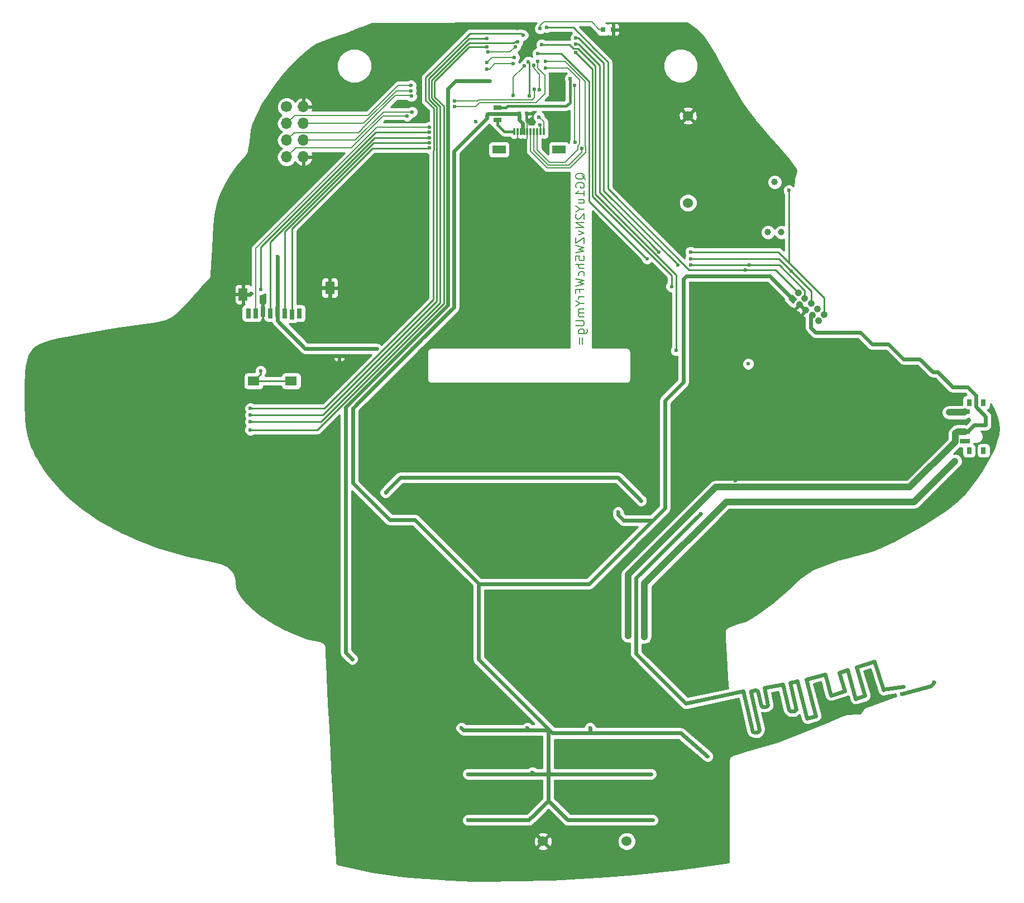
<source format=gbl>
G04 #@! TF.FileFunction,Copper,L2,Bot,Signal*
%FSLAX46Y46*%
G04 Gerber Fmt 4.6, Leading zero omitted, Abs format (unit mm)*
G04 Created by KiCad (PCBNEW 4.0.6-e0-6349~52~ubuntu16.10.1) date Sat Jun 17 22:57:17 2017*
%MOMM*%
%LPD*%
G01*
G04 APERTURE LIST*
%ADD10C,0.100000*%
%ADD11C,0.200000*%
%ADD12C,0.990600*%
%ADD13C,1.524000*%
%ADD14R,0.500000X0.600000*%
%ADD15R,0.600000X0.500000*%
%ADD16R,1.300000X0.700000*%
%ADD17R,1.399540X1.899920*%
%ADD18R,0.797560X1.498600*%
%ADD19R,1.798320X1.399540*%
%ADD20R,0.800000X0.750000*%
%ADD21R,1.500000X0.700000*%
%ADD22R,0.800000X1.000000*%
%ADD23R,0.300000X1.000000*%
%ADD24R,2.000000X1.300000*%
%ADD25C,1.000000*%
%ADD26C,1.700000*%
%ADD27O,1.700000X1.700000*%
%ADD28C,0.600000*%
%ADD29C,1.000000*%
%ADD30C,0.400000*%
%ADD31C,0.600000*%
%ADD32C,0.250000*%
%ADD33C,0.254000*%
G04 APERTURE END LIST*
D10*
D11*
X145511905Y-51759524D02*
X145450000Y-51635715D01*
X145326190Y-51511905D01*
X145140476Y-51326191D01*
X145078571Y-51202382D01*
X145078571Y-51078572D01*
X145388095Y-51140477D02*
X145326190Y-51016667D01*
X145202381Y-50892858D01*
X144954762Y-50830953D01*
X144521429Y-50830953D01*
X144273810Y-50892858D01*
X144150000Y-51016667D01*
X144088095Y-51140477D01*
X144088095Y-51388096D01*
X144150000Y-51511905D01*
X144273810Y-51635715D01*
X144521429Y-51697620D01*
X144954762Y-51697620D01*
X145202381Y-51635715D01*
X145326190Y-51511905D01*
X145388095Y-51388096D01*
X145388095Y-51140477D01*
X144150000Y-52935715D02*
X144088095Y-52811906D01*
X144088095Y-52626191D01*
X144150000Y-52440477D01*
X144273810Y-52316668D01*
X144397619Y-52254763D01*
X144645238Y-52192858D01*
X144830952Y-52192858D01*
X145078571Y-52254763D01*
X145202381Y-52316668D01*
X145326190Y-52440477D01*
X145388095Y-52626191D01*
X145388095Y-52750001D01*
X145326190Y-52935715D01*
X145264286Y-52997620D01*
X144830952Y-52997620D01*
X144830952Y-52750001D01*
X145388095Y-54235715D02*
X145388095Y-53492858D01*
X145388095Y-53864287D02*
X144088095Y-53864287D01*
X144273810Y-53740477D01*
X144397619Y-53616668D01*
X144459524Y-53492858D01*
X144521429Y-55350001D02*
X145388095Y-55350001D01*
X144521429Y-54792858D02*
X145202381Y-54792858D01*
X145326190Y-54854763D01*
X145388095Y-54978572D01*
X145388095Y-55164286D01*
X145326190Y-55288096D01*
X145264286Y-55350001D01*
X144769048Y-56216667D02*
X145388095Y-56216667D01*
X144088095Y-55783334D02*
X144769048Y-56216667D01*
X144088095Y-56650000D01*
X144211905Y-57021429D02*
X144150000Y-57083334D01*
X144088095Y-57207143D01*
X144088095Y-57516667D01*
X144150000Y-57640477D01*
X144211905Y-57702381D01*
X144335714Y-57764286D01*
X144459524Y-57764286D01*
X144645238Y-57702381D01*
X145388095Y-56959524D01*
X145388095Y-57764286D01*
X145388095Y-58321429D02*
X144088095Y-58321429D01*
X145388095Y-59064286D01*
X144088095Y-59064286D01*
X144521429Y-59559524D02*
X145388095Y-59869048D01*
X144521429Y-60178572D01*
X144088095Y-60550000D02*
X144088095Y-61416667D01*
X145388095Y-60550000D01*
X145388095Y-61416667D01*
X144088095Y-61788095D02*
X145388095Y-62097619D01*
X144459524Y-62345238D01*
X145388095Y-62592857D01*
X144088095Y-62902381D01*
X144088095Y-64016666D02*
X144088095Y-63397619D01*
X144707143Y-63335714D01*
X144645238Y-63397619D01*
X144583333Y-63521428D01*
X144583333Y-63830952D01*
X144645238Y-63954762D01*
X144707143Y-64016666D01*
X144830952Y-64078571D01*
X145140476Y-64078571D01*
X145264286Y-64016666D01*
X145326190Y-63954762D01*
X145388095Y-63830952D01*
X145388095Y-63521428D01*
X145326190Y-63397619D01*
X145264286Y-63335714D01*
X145388095Y-64635714D02*
X144088095Y-64635714D01*
X145388095Y-65192857D02*
X144707143Y-65192857D01*
X144583333Y-65130952D01*
X144521429Y-65007142D01*
X144521429Y-64821428D01*
X144583333Y-64697619D01*
X144645238Y-64635714D01*
X145326190Y-66369047D02*
X145388095Y-66245237D01*
X145388095Y-65997618D01*
X145326190Y-65873809D01*
X145264286Y-65811904D01*
X145140476Y-65749999D01*
X144769048Y-65749999D01*
X144645238Y-65811904D01*
X144583333Y-65873809D01*
X144521429Y-65997618D01*
X144521429Y-66245237D01*
X144583333Y-66369047D01*
X144088095Y-66802380D02*
X145388095Y-67111904D01*
X144459524Y-67359523D01*
X145388095Y-67607142D01*
X144088095Y-67916666D01*
X144707143Y-68845237D02*
X144707143Y-68411904D01*
X145388095Y-68411904D02*
X144088095Y-68411904D01*
X144088095Y-69030951D01*
X145388095Y-69526190D02*
X144521429Y-69526190D01*
X144769048Y-69526190D02*
X144645238Y-69588095D01*
X144583333Y-69649999D01*
X144521429Y-69773809D01*
X144521429Y-69897618D01*
X144769048Y-70578571D02*
X145388095Y-70578571D01*
X144088095Y-70145238D02*
X144769048Y-70578571D01*
X144088095Y-71011904D01*
X145388095Y-71445238D02*
X144521429Y-71445238D01*
X144645238Y-71445238D02*
X144583333Y-71507143D01*
X144521429Y-71630952D01*
X144521429Y-71816666D01*
X144583333Y-71940476D01*
X144707143Y-72002381D01*
X145388095Y-72002381D01*
X144707143Y-72002381D02*
X144583333Y-72064285D01*
X144521429Y-72188095D01*
X144521429Y-72373809D01*
X144583333Y-72497619D01*
X144707143Y-72559524D01*
X145388095Y-72559524D01*
X144088095Y-73178571D02*
X145140476Y-73178571D01*
X145264286Y-73240476D01*
X145326190Y-73302380D01*
X145388095Y-73426190D01*
X145388095Y-73673809D01*
X145326190Y-73797618D01*
X145264286Y-73859523D01*
X145140476Y-73921428D01*
X144088095Y-73921428D01*
X144521429Y-75097619D02*
X145573810Y-75097619D01*
X145697619Y-75035714D01*
X145759524Y-74973809D01*
X145821429Y-74850000D01*
X145821429Y-74664285D01*
X145759524Y-74540476D01*
X145326190Y-75097619D02*
X145388095Y-74973809D01*
X145388095Y-74726190D01*
X145326190Y-74602381D01*
X145264286Y-74540476D01*
X145140476Y-74478571D01*
X144769048Y-74478571D01*
X144645238Y-74540476D01*
X144583333Y-74602381D01*
X144521429Y-74726190D01*
X144521429Y-74973809D01*
X144583333Y-75097619D01*
X144707143Y-75716666D02*
X144707143Y-76707142D01*
X145078571Y-76707142D02*
X145078571Y-75716666D01*
D12*
X174234000Y-52130000D03*
X175250000Y-59750000D03*
X173218000Y-59750000D03*
D13*
X151800000Y-152200000D03*
X139100000Y-152200000D03*
D14*
X108200000Y-77400000D03*
X108200000Y-78500000D03*
D15*
X135500000Y-41700000D03*
X136600000Y-41700000D03*
D13*
X161100000Y-42100000D03*
X161100000Y-55300000D03*
D16*
X132200000Y-40850000D03*
X132200000Y-42750000D03*
D17*
X106786220Y-68199760D03*
X93639180Y-69200520D03*
D18*
X102138020Y-72050400D03*
X101038200Y-72251060D03*
X99940920Y-72050400D03*
X98841100Y-71849740D03*
X97741280Y-72050400D03*
X96638920Y-71849740D03*
X95539100Y-72050400D03*
X94439280Y-72050400D03*
D19*
X95239380Y-82347560D03*
X100936600Y-82347560D03*
D20*
X148250000Y-29000000D03*
X149750000Y-29000000D03*
D21*
X203075000Y-87000000D03*
X203075000Y-90000000D03*
X203075000Y-91500000D03*
D22*
X205925000Y-85600000D03*
X205925000Y-92900000D03*
X203725000Y-92900000D03*
X203725000Y-85600000D03*
D23*
X137250000Y-44500000D03*
X137750000Y-44500000D03*
X138750000Y-44500000D03*
X138250000Y-44500000D03*
X139250000Y-44500000D03*
X136750000Y-44500000D03*
X134750000Y-44500000D03*
X136250000Y-44500000D03*
X135750000Y-44500000D03*
X135250000Y-44500000D03*
D24*
X141550000Y-47200000D03*
X132450000Y-47200000D03*
D10*
G36*
X177088752Y-70638076D02*
X176322708Y-69995288D01*
X176965496Y-69229244D01*
X177731540Y-69872032D01*
X177088752Y-70638076D01*
X177088752Y-70638076D01*
G37*
D25*
X177843464Y-68960784D02*
X177843464Y-68960784D01*
X178000000Y-70750000D02*
X178000000Y-70750000D01*
X178816341Y-69777124D02*
X178816341Y-69777124D01*
X178972877Y-71566341D02*
X178972877Y-71566341D01*
X179789217Y-70593464D02*
X179789217Y-70593464D01*
X179945753Y-72382681D02*
X179945753Y-72382681D01*
X180762094Y-71409804D02*
X180762094Y-71409804D01*
X180918630Y-73199021D02*
X180918630Y-73199021D01*
X181734970Y-72226145D02*
X181734970Y-72226145D01*
D26*
X100250000Y-40710000D03*
D27*
X102790000Y-40710000D03*
X100250000Y-43250000D03*
X102790000Y-43250000D03*
X100250000Y-45790000D03*
X102790000Y-45790000D03*
X100250000Y-48330000D03*
X102790000Y-48330000D03*
D28*
X136600000Y-32800000D03*
X172000000Y-56400000D03*
X168300000Y-97449999D03*
X128935001Y-42957872D03*
X140400000Y-41650020D03*
X137500000Y-28650000D03*
X94900000Y-69050000D03*
X106700000Y-70250000D03*
X104700000Y-68250000D03*
X110100000Y-78650000D03*
X106500000Y-78650000D03*
X135300010Y-28850000D03*
X134100000Y-123950000D03*
X141500000Y-38950000D03*
X140400000Y-39000000D03*
X140400000Y-51350000D03*
X140400000Y-43550000D03*
X132200000Y-119450000D03*
X134000000Y-121150000D03*
X131000000Y-28750000D03*
X149700000Y-30350000D03*
X151700000Y-28950000D03*
X136300000Y-46050000D03*
X191000000Y-91350000D03*
X186900000Y-91750000D03*
X168600000Y-92550000D03*
X168200000Y-104450000D03*
X124900000Y-146450000D03*
X133900000Y-146550000D03*
X153700000Y-146450000D03*
X153800000Y-139350000D03*
X153700000Y-132250000D03*
X150200000Y-132050000D03*
X143800000Y-132450000D03*
X144000000Y-139450000D03*
X143800000Y-146550000D03*
X124800000Y-139450000D03*
X124900000Y-132450000D03*
X131400000Y-131950000D03*
X122000000Y-131950000D03*
X117500000Y-130750000D03*
X150700000Y-138550000D03*
X141700000Y-139150000D03*
X131300000Y-138650000D03*
X120800000Y-138750000D03*
X117600000Y-137850000D03*
X117600000Y-144850000D03*
X120100000Y-146150000D03*
X131600000Y-144850000D03*
X134500000Y-47150000D03*
X135300000Y-46050000D03*
X168800000Y-66406536D03*
X130700000Y-41899994D03*
X164091620Y-139308840D03*
X198399400Y-128066800D03*
X193500000Y-129839594D03*
X98900000Y-63450000D03*
X119350000Y-77400000D03*
X113900000Y-77450000D03*
X150500000Y-102250000D03*
X119695288Y-103424978D03*
X155750000Y-135800000D03*
X155750000Y-149000000D03*
X127750000Y-149000000D03*
X146250000Y-149000000D03*
X137250000Y-148750000D03*
X155500000Y-142000000D03*
X127750000Y-142000000D03*
X137500000Y-141750000D03*
X146250000Y-142000000D03*
X126750000Y-135000000D03*
X136750000Y-135000000D03*
X146250000Y-135000000D03*
X129325021Y-120227884D03*
X154000000Y-100500000D03*
X115250000Y-99250000D03*
X136100000Y-29850000D03*
X94749996Y-86500000D03*
X130634199Y-31609054D03*
X94750000Y-89750006D03*
X130612969Y-30359042D03*
X94750000Y-87500000D03*
X135300000Y-30850000D03*
X94750006Y-88500000D03*
X159299998Y-77700000D03*
X138900000Y-31250000D03*
X170250000Y-79750000D03*
X131000000Y-36750000D03*
X110200000Y-124550000D03*
X170425010Y-64750000D03*
X159600000Y-64700000D03*
X144100000Y-30250000D03*
X161500000Y-64750000D03*
X176800000Y-65686410D03*
X154900000Y-63800008D03*
X138300000Y-32650013D03*
X161500000Y-63750000D03*
X176400000Y-53400000D03*
X144100000Y-31226990D03*
X156727179Y-62750000D03*
X161500000Y-62750000D03*
X169800000Y-65500000D03*
X139700000Y-28650000D03*
X130754450Y-32399977D03*
X134900000Y-31625711D03*
X121924979Y-46984793D03*
X136919976Y-33869988D03*
X121924979Y-46184780D03*
X137031396Y-39049979D03*
X121924979Y-45384769D03*
X136296011Y-34493954D03*
X121924979Y-43784745D03*
X134587613Y-38990295D03*
X121924979Y-44584758D03*
X96300000Y-80850000D03*
X96300000Y-68450000D03*
X143200697Y-36466327D03*
X158600006Y-68000000D03*
X144106136Y-32477002D03*
X139500000Y-34850022D03*
X138612752Y-38152096D03*
X137700000Y-34449992D03*
X138500000Y-42250000D03*
X139500000Y-33850035D03*
X138649990Y-43452493D03*
X145000011Y-47022349D03*
X144000000Y-46100000D03*
X143900707Y-37449968D03*
X180500000Y-75000000D03*
D29*
X152000000Y-121000000D03*
D28*
X138700000Y-28850000D03*
X200700000Y-87100000D03*
X201600000Y-94500000D03*
X154500000Y-121200000D03*
X193750000Y-128750000D03*
X163000000Y-102500000D03*
X119100000Y-37450000D03*
X130600000Y-35000000D03*
X134600000Y-34200000D03*
X119148544Y-39098544D03*
X118500000Y-42100010D03*
X137821874Y-38031554D03*
X125700000Y-39849987D03*
X119252986Y-41491042D03*
X138300004Y-33850025D03*
X125700000Y-40650000D03*
X130600010Y-34000000D03*
X134756895Y-33215523D03*
X119124272Y-38274272D03*
D30*
X136600000Y-41900000D02*
X136600000Y-42800000D01*
X136600000Y-42800000D02*
X136750000Y-42950000D01*
D11*
X140400000Y-43550000D02*
X140400000Y-41650020D01*
D31*
X93639180Y-69200520D02*
X94749480Y-69200520D01*
X94749480Y-69200520D02*
X94900000Y-69050000D01*
X106786220Y-68199760D02*
X106786220Y-70163780D01*
X106786220Y-70163780D02*
X106700000Y-70250000D01*
X106786220Y-68199760D02*
X104750240Y-68199760D01*
X104750240Y-68199760D02*
X104700000Y-68250000D01*
X108200000Y-78500000D02*
X109950000Y-78500000D01*
X109950000Y-78500000D02*
X110100000Y-78650000D01*
X108200000Y-78500000D02*
X106650000Y-78500000D01*
X106650000Y-78500000D02*
X106500000Y-78650000D01*
D11*
X149750000Y-29000000D02*
X149750000Y-30300000D01*
X149750000Y-30300000D02*
X149700000Y-30350000D01*
X149750000Y-29000000D02*
X151650000Y-29000000D01*
X151650000Y-29000000D02*
X151700000Y-28950000D01*
X136750000Y-42950000D02*
X136750000Y-44500000D01*
X136750000Y-44500000D02*
X136750000Y-45600000D01*
X136750000Y-45600000D02*
X136300000Y-46050000D01*
X135250000Y-44500000D02*
X135250000Y-46400000D01*
X135250000Y-46400000D02*
X134500000Y-47150000D01*
X135250000Y-44500000D02*
X135250000Y-46000000D01*
X135250000Y-46000000D02*
X135300000Y-46050000D01*
D31*
X173500000Y-66406536D02*
X168800000Y-66406536D01*
X168800000Y-66406536D02*
X168500000Y-66406536D01*
X125600000Y-47424258D02*
X125600000Y-71150000D01*
X125600000Y-71150000D02*
X125500000Y-71250000D01*
X120750000Y-76000000D02*
X125500000Y-71250000D01*
X155750000Y-103500000D02*
X157600000Y-101650000D01*
X157600000Y-101650000D02*
X157600000Y-85300000D01*
X160400000Y-66850000D02*
X160843464Y-66406536D01*
X157600000Y-85300000D02*
X160400000Y-82500000D01*
X160400000Y-82500000D02*
X160400000Y-66850000D01*
X136000000Y-44100000D02*
X136000000Y-43250000D01*
X136000000Y-43250000D02*
X135500000Y-42750000D01*
X135500000Y-42750000D02*
X135500000Y-41900000D01*
X135500000Y-41900000D02*
X135400000Y-41800000D01*
X135400000Y-41800000D02*
X130799994Y-41800000D01*
X130799994Y-41800000D02*
X130700000Y-41899994D01*
X130700000Y-41900000D02*
X130700000Y-41899994D01*
X125600000Y-47424258D02*
X130600000Y-42424258D01*
X130600000Y-42424258D02*
X130600000Y-42000000D01*
X130600000Y-42000000D02*
X130700000Y-41900000D01*
D11*
X136250000Y-44500000D02*
X136250000Y-44350000D01*
X136250000Y-44350000D02*
X136000000Y-44100000D01*
D31*
X136000000Y-44100000D02*
X136000000Y-44600000D01*
D11*
X135750000Y-44500000D02*
X135750000Y-44350000D01*
X135750000Y-44350000D02*
X136000000Y-44100000D01*
D31*
X164091620Y-139308840D02*
X159999680Y-135800000D01*
X193500000Y-129839594D02*
X197942200Y-128676400D01*
X198374000Y-128155700D02*
X198399400Y-128066800D01*
X198285100Y-128308100D02*
X198374000Y-128155700D01*
X198132700Y-128460500D02*
X198285100Y-128308100D01*
X197942200Y-128676400D02*
X198132700Y-128460500D01*
X155750000Y-135800000D02*
X159999680Y-135800000D01*
X159999680Y-135800000D02*
X160000010Y-135800000D01*
X125750000Y-109479690D02*
X129420310Y-113150000D01*
X129420310Y-113150000D02*
X146100000Y-113150000D01*
X146100000Y-113150000D02*
X153500000Y-105750000D01*
X153500000Y-105750000D02*
X155750000Y-103500000D01*
X110300000Y-86450000D02*
X120750000Y-76000000D01*
X119350000Y-77400000D02*
X120750000Y-76000000D01*
X98841100Y-71849740D02*
X98841100Y-63508900D01*
X98841100Y-63508900D02*
X98900000Y-63450000D01*
X108200000Y-77400000D02*
X113850000Y-77400000D01*
X113850000Y-77400000D02*
X113900000Y-77450000D01*
X107350000Y-77400000D02*
X108200000Y-77400000D01*
X98841100Y-71849740D02*
X98841100Y-73199040D01*
X98841100Y-73199040D02*
X103042060Y-77400000D01*
X103042060Y-77400000D02*
X107350000Y-77400000D01*
X115881847Y-103424978D02*
X110300000Y-97843131D01*
X119695288Y-103424978D02*
X115881847Y-103424978D01*
X110300000Y-97843131D02*
X110300000Y-86450000D01*
X127750000Y-149000000D02*
X137000000Y-149000000D01*
X137000000Y-149000000D02*
X137250000Y-148750000D01*
X168500000Y-66406536D02*
X160843464Y-66406536D01*
X150500000Y-102250000D02*
X150500000Y-102674264D01*
X150500000Y-102674264D02*
X151325736Y-103500000D01*
X151325736Y-103500000D02*
X155750000Y-103500000D01*
X152603571Y-135800000D02*
X155750000Y-135800000D01*
X155750000Y-149000000D02*
X146250000Y-149000000D01*
X146250000Y-149000000D02*
X142900002Y-149000000D01*
X142900002Y-149000000D02*
X139950001Y-146049999D01*
X139950001Y-141700001D02*
X139950001Y-141500000D01*
X139950001Y-141500000D02*
X139950001Y-135299999D01*
X137250000Y-148750000D02*
X139950001Y-146049999D01*
X139950001Y-146049999D02*
X139950001Y-141500000D01*
X155500000Y-142000000D02*
X146250000Y-142000000D01*
X137799999Y-142049999D02*
X138250000Y-142049999D01*
X138250000Y-142049999D02*
X140450001Y-142049999D01*
X127750000Y-142000000D02*
X138200001Y-142000000D01*
X138200001Y-142000000D02*
X138250000Y-142049999D01*
X146250000Y-142000000D02*
X140500000Y-142000000D01*
X140500000Y-142000000D02*
X140250000Y-142000000D01*
X137500000Y-141750000D02*
X137799999Y-142049999D01*
X140450001Y-142049999D02*
X140500000Y-142000000D01*
X140250000Y-142000000D02*
X139950001Y-141700001D01*
X137049999Y-135299999D02*
X138250000Y-135299999D01*
X138250000Y-135299999D02*
X139950001Y-135299999D01*
X126750000Y-135000000D02*
X127049999Y-135299999D01*
X127049999Y-135299999D02*
X138250000Y-135299999D01*
X129325021Y-124575021D02*
X140000000Y-135250000D01*
X140000000Y-135250000D02*
X140550000Y-135800000D01*
X136750000Y-135000000D02*
X137049999Y-135299999D01*
X139950001Y-135299999D02*
X140000000Y-135250000D01*
X140550000Y-135800000D02*
X146250000Y-135800000D01*
X146250000Y-135800000D02*
X152603571Y-135800000D01*
X146250000Y-135000000D02*
X146250000Y-135800000D01*
X129325021Y-120227884D02*
X129325021Y-124575021D01*
X160843464Y-66406536D02*
X160750000Y-66500000D01*
X173500000Y-66406536D02*
X177027124Y-69933660D01*
X119695288Y-103424978D02*
X125750000Y-109479690D01*
X125750000Y-109479690D02*
X129325021Y-113054711D01*
X129325021Y-113054711D02*
X129325021Y-120227884D01*
X117500000Y-97000000D02*
X150500000Y-97000000D01*
X150500000Y-97000000D02*
X154000000Y-100500000D01*
X115549999Y-98950001D02*
X117500000Y-97000000D01*
X115250000Y-99250000D02*
X115549999Y-98950001D01*
D32*
X121341992Y-36290788D02*
X128082779Y-29550001D01*
X122549989Y-40972815D02*
X121341992Y-39764818D01*
X122549989Y-47275015D02*
X122549989Y-40972815D01*
X122500000Y-70000000D02*
X122500000Y-47325004D01*
X122500000Y-47325004D02*
X122549989Y-47275015D01*
X128082779Y-29550001D02*
X135800001Y-29550001D01*
X106000000Y-86500000D02*
X122500000Y-70000000D01*
X135800001Y-29550001D02*
X136100000Y-29850000D01*
X94749996Y-86500000D02*
X106000000Y-86500000D01*
X121341992Y-39764818D02*
X121341992Y-36290788D01*
X124075035Y-70584198D02*
X124075035Y-40588628D01*
X122692025Y-36849988D02*
X127932959Y-31609054D01*
X124075035Y-40588628D02*
X122692025Y-39205618D01*
X104909227Y-89750006D02*
X124075035Y-70584198D01*
X130209935Y-31609054D02*
X130634199Y-31609054D01*
X122692025Y-39205618D02*
X122692025Y-36849988D01*
X94750000Y-89750006D02*
X104909227Y-89750006D01*
X127932959Y-31609054D02*
X130209935Y-31609054D01*
X127910149Y-30359042D02*
X130188705Y-30359042D01*
X94750000Y-87500000D02*
X105750000Y-87500000D01*
X121792003Y-39578418D02*
X121792003Y-36477188D01*
X123000000Y-40786415D02*
X121792003Y-39578418D01*
X121792003Y-36477188D02*
X127910149Y-30359042D01*
X123000000Y-70250000D02*
X123000000Y-40786415D01*
X105750000Y-87500000D02*
X123000000Y-70250000D01*
X130188705Y-30359042D02*
X130612969Y-30359042D01*
X94750006Y-88500000D02*
X105500000Y-88500000D01*
X134741684Y-30984052D02*
X134875736Y-30850000D01*
X105500000Y-88500000D02*
X123500000Y-70500000D01*
X123500000Y-70500000D02*
X123500000Y-40650004D01*
X123500000Y-40650004D02*
X122242014Y-39392018D01*
X122242014Y-39392018D02*
X122242014Y-36663588D01*
X122242014Y-36663588D02*
X127921550Y-30984052D01*
X127921550Y-30984052D02*
X134741684Y-30984052D01*
X134875736Y-30850000D02*
X135300000Y-30850000D01*
X159299998Y-66247821D02*
X159299998Y-77275736D01*
X147049989Y-53997812D02*
X159299998Y-66247821D01*
X147049989Y-34495851D02*
X147049989Y-53997812D01*
X144406138Y-31852000D02*
X147049989Y-34495851D01*
X143174998Y-31250000D02*
X143776998Y-31852000D01*
X138900000Y-31250000D02*
X143174998Y-31250000D01*
X143776998Y-31852000D02*
X144406138Y-31852000D01*
X159299998Y-77275736D02*
X159299998Y-77700000D01*
D31*
X130575736Y-36750000D02*
X131000000Y-36750000D01*
X125900000Y-36750000D02*
X130575736Y-36750000D01*
X124700046Y-70843085D02*
X124700046Y-37949954D01*
X110200000Y-124550000D02*
X109200000Y-123550000D01*
X109200000Y-123550000D02*
X109200000Y-86343131D01*
X109200000Y-86343131D02*
X124700046Y-70843085D01*
X124700046Y-37949954D02*
X125900000Y-36750000D01*
D32*
X170849274Y-64750000D02*
X170425010Y-64750000D01*
X174938588Y-64750000D02*
X170849274Y-64750000D01*
X178816341Y-68627753D02*
X174938588Y-64750000D01*
X178816341Y-69777124D02*
X178816341Y-68627753D01*
X161500000Y-64750000D02*
X170425010Y-64750000D01*
X148325010Y-53425010D02*
X159300001Y-64400001D01*
X159300001Y-64400001D02*
X159600000Y-64700000D01*
X148325010Y-36052779D02*
X148325010Y-53425010D01*
X148325010Y-35628515D02*
X148325010Y-36052779D01*
X148325010Y-34050746D02*
X148325010Y-35628515D01*
X144524264Y-30250000D02*
X148325010Y-34050746D01*
X144100000Y-30250000D02*
X144524264Y-30250000D01*
X176800000Y-65686410D02*
X174863590Y-63750000D01*
X179789217Y-68675627D02*
X176800000Y-65686410D01*
X146149967Y-36899967D02*
X146149967Y-55049975D01*
X141900013Y-32650013D02*
X146149967Y-36899967D01*
X154600001Y-63500009D02*
X154900000Y-63800008D01*
X146149967Y-55049975D02*
X154600001Y-63500009D01*
X138300000Y-32650013D02*
X141900013Y-32650013D01*
X174863590Y-63750000D02*
X161500000Y-63750000D01*
X179789217Y-70593464D02*
X179789217Y-68675627D01*
X181734970Y-69696378D02*
X176438592Y-64400000D01*
X176438592Y-64400000D02*
X174788592Y-62750000D01*
X176400000Y-64361408D02*
X176438592Y-64400000D01*
X176400000Y-53400000D02*
X176400000Y-64361408D01*
X161924264Y-62750000D02*
X161500000Y-62750000D01*
X174788592Y-62750000D02*
X161924264Y-62750000D01*
X181734970Y-72226145D02*
X181734970Y-69696378D01*
X156727179Y-62750000D02*
X147700000Y-53722821D01*
X147700000Y-53722821D02*
X147700000Y-34402726D01*
X147700000Y-34402726D02*
X144524264Y-31226990D01*
X144524264Y-31226990D02*
X144100000Y-31226990D01*
X161288592Y-65500000D02*
X169800000Y-65500000D01*
X169800000Y-65500000D02*
X174382680Y-65500000D01*
X174382680Y-65500000D02*
X177343465Y-68460785D01*
X147050000Y-32000000D02*
X148950011Y-33900011D01*
X148950011Y-53161419D02*
X161288592Y-65500000D01*
X177343465Y-68460785D02*
X177843464Y-68960784D01*
X148950011Y-33900011D02*
X148950011Y-53161419D01*
X140124264Y-28650000D02*
X139700000Y-28650000D01*
X143700000Y-28650000D02*
X140124264Y-28650000D01*
X147050000Y-32000000D02*
X143700000Y-28650000D01*
D11*
X131178714Y-32399977D02*
X130754450Y-32399977D01*
X134900000Y-31625711D02*
X134125734Y-32399977D01*
X134125734Y-32399977D02*
X131178714Y-32399977D01*
D32*
X101038200Y-72251060D02*
X101038200Y-59211800D01*
X121909772Y-47000000D02*
X121924979Y-46984793D01*
X101038200Y-59211800D02*
X113250000Y-47000000D01*
X113250000Y-47000000D02*
X121909772Y-47000000D01*
X137031396Y-33981408D02*
X136919976Y-33869988D01*
X137031396Y-39049979D02*
X137031396Y-33981408D01*
X113428809Y-46184780D02*
X121500715Y-46184780D01*
X99940920Y-72050400D02*
X99940920Y-59672669D01*
X121500715Y-46184780D02*
X121924979Y-46184780D01*
X99940920Y-59672669D02*
X113428809Y-46184780D01*
X121500715Y-45384769D02*
X121924979Y-45384769D01*
X113592409Y-45384769D02*
X121500715Y-45384769D01*
X97741280Y-61235898D02*
X113592409Y-45384769D01*
X97741280Y-72050400D02*
X97741280Y-61235898D01*
D11*
X135996012Y-34793953D02*
X136296011Y-34493954D01*
X134587613Y-38990295D02*
X134587613Y-36202352D01*
X134587613Y-36202352D02*
X135996012Y-34793953D01*
X121500715Y-43784745D02*
X121924979Y-43784745D01*
X113954966Y-43784745D02*
X121500715Y-43784745D01*
X95539100Y-72050400D02*
X95539100Y-62200611D01*
X95539100Y-62200611D02*
X113954966Y-43784745D01*
D32*
X121500715Y-44584758D02*
X121924979Y-44584758D01*
X96300000Y-62040767D02*
X113756009Y-44584758D01*
X113756009Y-44584758D02*
X121500715Y-44584758D01*
X96300000Y-68450000D02*
X96300000Y-62040767D01*
X100936600Y-82347560D02*
X95239380Y-82347560D01*
X96300000Y-80850000D02*
X96300000Y-81286940D01*
X96300000Y-81286940D02*
X95239380Y-82347560D01*
D30*
X143200000Y-40050000D02*
X142650000Y-40600000D01*
X142650000Y-40600000D02*
X133750000Y-40600000D01*
X133750000Y-40600000D02*
X133500000Y-40850000D01*
X133500000Y-40850000D02*
X132200000Y-40850000D01*
X143200697Y-36466327D02*
X143200697Y-40049303D01*
X143200697Y-40049303D02*
X143200000Y-40050000D01*
X132200000Y-42750000D02*
X132200000Y-43500000D01*
X132200000Y-43500000D02*
X133200000Y-44500000D01*
X133200000Y-44500000D02*
X134699999Y-44500000D01*
D32*
X144106136Y-32477002D02*
X146599978Y-34970844D01*
X146599978Y-34970844D02*
X146599978Y-54349978D01*
X146599978Y-54349978D02*
X158600006Y-66350006D01*
X158600006Y-66350006D02*
X158600006Y-67575736D01*
X158600006Y-67575736D02*
X158600006Y-68000000D01*
D11*
X144699992Y-46369786D02*
X144699992Y-36616748D01*
X140084311Y-49150011D02*
X142437991Y-49150011D01*
X144699992Y-36616748D02*
X142933266Y-34850022D01*
X142437991Y-49150011D02*
X144400001Y-47188001D01*
X138250000Y-47315700D02*
X140084311Y-49150011D01*
X144400001Y-46669777D02*
X144699992Y-46369786D01*
X138250000Y-44500000D02*
X138250000Y-47315700D01*
X142933266Y-34850022D02*
X139924264Y-34850022D01*
X144400001Y-47188001D02*
X144400001Y-46669777D01*
X139924264Y-34850022D02*
X139500000Y-34850022D01*
X137700000Y-34449992D02*
X137700000Y-34874256D01*
X138612752Y-35787008D02*
X138612752Y-37727832D01*
X138612752Y-37727832D02*
X138612752Y-38152096D01*
X137700000Y-34874256D02*
X138612752Y-35787008D01*
X138500000Y-42250000D02*
X139250000Y-43000000D01*
X139250000Y-43000000D02*
X139250000Y-44500000D01*
X143247067Y-49950033D02*
X145600012Y-47597088D01*
X145600012Y-47597088D02*
X145600012Y-46734348D01*
X137250000Y-47447100D02*
X139752933Y-49950033D01*
X139924264Y-33850035D02*
X139500000Y-33850035D01*
X145518816Y-46653152D02*
X145518816Y-36869872D01*
X142498979Y-33850035D02*
X139924264Y-33850035D01*
X145600012Y-46734348D02*
X145518816Y-46653152D01*
X137250000Y-44500000D02*
X137250000Y-47447100D01*
X145518816Y-36869872D02*
X142498979Y-33850035D01*
X139752933Y-49950033D02*
X143247067Y-49950033D01*
X138750000Y-44500000D02*
X138750000Y-43552503D01*
X138750000Y-43552503D02*
X138649990Y-43452493D01*
X137750000Y-47381400D02*
X139918622Y-49550022D01*
X139918622Y-49550022D02*
X143081378Y-49550022D01*
X145000011Y-47446613D02*
X145000011Y-47022349D01*
X137750000Y-44500000D02*
X137750000Y-47381400D01*
X143900707Y-46000707D02*
X144000000Y-46100000D01*
X143081378Y-49550022D02*
X145000011Y-47631389D01*
X143900707Y-37449968D02*
X143900707Y-46000707D01*
X145000011Y-47631389D02*
X145000011Y-47446613D01*
D31*
X179945753Y-72382681D02*
X179750000Y-72578434D01*
X179750000Y-72578434D02*
X179750000Y-74250000D01*
X179750000Y-74250000D02*
X180500000Y-75000000D01*
D25*
X201624999Y-90327949D02*
X201624999Y-91572072D01*
X203075000Y-90000000D02*
X201952948Y-90000000D01*
X201952948Y-90000000D02*
X201624999Y-90327949D01*
X201624999Y-91572072D02*
X194747061Y-98450009D01*
X165299991Y-98450009D02*
X152000000Y-111750000D01*
X194747061Y-98450009D02*
X165299991Y-98450009D01*
X152000000Y-111750000D02*
X152000000Y-120292894D01*
X152000000Y-120292894D02*
X152000000Y-121000000D01*
D31*
X189000000Y-76750000D02*
X191500000Y-76750000D01*
X180500000Y-75000000D02*
X187250000Y-75000000D01*
X191500000Y-76750000D02*
X193750000Y-79000000D01*
X187250000Y-75000000D02*
X189000000Y-76750000D01*
X206250000Y-87768998D02*
X206250000Y-89000000D01*
X193750000Y-79000000D02*
X196250000Y-79000000D01*
X196250000Y-79000000D02*
X198250000Y-81000000D01*
X199000000Y-81000000D02*
X201250000Y-83250000D01*
X198250000Y-81000000D02*
X199000000Y-81000000D01*
X204475000Y-89000000D02*
X203475000Y-90000000D01*
X204750000Y-86268998D02*
X206250000Y-87768998D01*
X201250000Y-83250000D02*
X203500000Y-83250000D01*
X203500000Y-83250000D02*
X204750000Y-84500000D01*
X204750000Y-84500000D02*
X204750000Y-86268998D01*
X206250000Y-89000000D02*
X204475000Y-89000000D01*
X203475000Y-90000000D02*
X203075000Y-90000000D01*
D11*
X139275736Y-27850000D02*
X138700000Y-28425736D01*
X146500000Y-27850000D02*
X139275736Y-27850000D01*
X147650000Y-29000000D02*
X146500000Y-27850000D01*
X138700000Y-28425736D02*
X138700000Y-28850000D01*
X148250000Y-29000000D02*
X147650000Y-29000000D01*
D25*
X154500000Y-121200000D02*
X154500000Y-113100000D01*
X154500000Y-113100000D02*
X166900000Y-100700000D01*
X166900000Y-100700000D02*
X195400000Y-100700000D01*
X195400000Y-100700000D02*
X201600000Y-94500000D01*
X200700000Y-87100000D02*
X202975000Y-87100000D01*
X202975000Y-87100000D02*
X203075000Y-87000000D01*
D31*
X190731724Y-129191974D02*
X193750000Y-128750000D01*
X160779140Y-131302000D02*
X169506900Y-129425700D01*
X153250000Y-123772860D02*
X153250000Y-112250000D01*
X160779140Y-131302000D02*
X153250000Y-123772860D01*
X153250000Y-112250000D02*
X163000000Y-102500000D01*
X189377320Y-124891800D02*
X190731724Y-129191974D01*
X190731724Y-129191974D02*
X190750000Y-129250000D01*
X186639200Y-125730000D02*
X189377320Y-124891800D01*
X187952380Y-130088640D02*
X186639200Y-125730000D01*
X186527440Y-130563620D02*
X187952380Y-130088640D01*
X185298080Y-126227840D02*
X186527440Y-130563620D01*
X184017920Y-126593600D02*
X185298080Y-126227840D01*
X184891680Y-129397760D02*
X184017920Y-126593600D01*
X182778400Y-130048000D02*
X184891680Y-129397760D01*
X181945280Y-126857760D02*
X182778400Y-130048000D01*
X179039520Y-127589280D02*
X181945280Y-126857760D01*
X180502560Y-133177280D02*
X179039520Y-127589280D01*
X179161440Y-133563360D02*
X180502560Y-133177280D01*
X177728880Y-127894080D02*
X179161440Y-133563360D01*
X176570640Y-128122680D02*
X177728880Y-127894080D01*
X177485040Y-132176520D02*
X176570640Y-128122680D01*
X177347880Y-132283200D02*
X177485040Y-132176520D01*
X177225960Y-132481320D02*
X177347880Y-132283200D01*
X176875440Y-132466080D02*
X177225960Y-132481320D01*
X176662080Y-132481320D02*
X176875440Y-132466080D01*
X176403000Y-132267960D02*
X176662080Y-132481320D01*
X175491140Y-128356360D02*
X176403000Y-132267960D01*
X172697140Y-128920240D02*
X175491140Y-128356360D01*
X173233080Y-131559300D02*
X172697140Y-128920240D01*
X173095920Y-131686300D02*
X173233080Y-131559300D01*
X172948600Y-131754880D02*
X173095920Y-131686300D01*
X172651420Y-131742180D02*
X172948600Y-131754880D01*
X172377100Y-131742180D02*
X172651420Y-131742180D01*
X172158660Y-131559300D02*
X172377100Y-131742180D01*
X171701460Y-129410460D02*
X172158660Y-131559300D01*
X171541440Y-129319020D02*
X171701460Y-129410460D01*
X171381420Y-129250440D02*
X171541440Y-129319020D01*
X171061380Y-129354580D02*
X171381420Y-129250440D01*
X170855640Y-129400300D02*
X171061380Y-129354580D01*
X170695620Y-129446020D02*
X170855640Y-129400300D01*
X170639740Y-129628900D02*
X170695620Y-129446020D01*
X171914820Y-135229600D02*
X170639740Y-129628900D01*
X171831000Y-135481060D02*
X171914820Y-135229600D01*
X171607480Y-135704580D02*
X171831000Y-135481060D01*
X171300140Y-135676640D02*
X171607480Y-135704580D01*
X170908980Y-135564880D02*
X171300140Y-135676640D01*
X169506900Y-129425700D02*
X170908980Y-135564880D01*
D11*
X118675736Y-37450000D02*
X119100000Y-37450000D01*
X117168600Y-37450000D02*
X118675736Y-37450000D01*
X112618600Y-42000000D02*
X117168600Y-37450000D01*
X100250000Y-43250000D02*
X101500000Y-42000000D01*
X101500000Y-42000000D02*
X112618600Y-42000000D01*
X134600000Y-34200000D02*
X131824264Y-34200000D01*
X131824264Y-34200000D02*
X131024264Y-35000000D01*
X131024264Y-35000000D02*
X130600000Y-35000000D01*
X111750000Y-44029810D02*
X111750000Y-44000000D01*
X116750000Y-39000000D02*
X119050000Y-39000000D01*
X111750000Y-44000000D02*
X116750000Y-39000000D01*
X119050000Y-39000000D02*
X119148544Y-39098544D01*
X111329810Y-44450000D02*
X111750000Y-44029810D01*
X100250000Y-45790000D02*
X101400001Y-44639999D01*
X101400001Y-44639999D02*
X111139811Y-44639999D01*
X111139811Y-44639999D02*
X111750000Y-44029810D01*
X101639999Y-46940001D02*
X110059999Y-46940001D01*
X110059999Y-46940001D02*
X114899990Y-42100010D01*
X118075736Y-42100010D02*
X118500000Y-42100010D01*
X100250000Y-48330000D02*
X101639999Y-46940001D01*
X114899990Y-42100010D02*
X118075736Y-42100010D01*
X137821874Y-39297504D02*
X137821874Y-38455818D01*
X129384311Y-39649989D02*
X137469389Y-39649989D01*
X129184313Y-39849987D02*
X129384311Y-39649989D01*
X125700000Y-39849987D02*
X129184313Y-39849987D01*
X137469389Y-39649989D02*
X137821874Y-39297504D01*
X137821874Y-38455818D02*
X137821874Y-38031554D01*
X102790000Y-45790000D02*
X110644300Y-45790000D01*
X118828722Y-41491042D02*
X119252986Y-41491042D01*
X110644300Y-45790000D02*
X114943258Y-41491042D01*
X114943258Y-41491042D02*
X118828722Y-41491042D01*
X125700000Y-40650000D02*
X128950000Y-40650000D01*
X128950000Y-40650000D02*
X129550000Y-40050000D01*
X138300004Y-34274289D02*
X138300004Y-33850025D01*
X129550000Y-40050000D02*
X138100000Y-40050000D01*
X138100000Y-40050000D02*
X139400000Y-38750000D01*
X139400000Y-38750000D02*
X139400000Y-35974264D01*
X139400000Y-35974264D02*
X138300004Y-34874268D01*
X138300004Y-34874268D02*
X138300004Y-34274289D01*
X130900009Y-33700001D02*
X130600010Y-34000000D01*
X131384487Y-33215523D02*
X130900009Y-33700001D01*
X134756895Y-33215523D02*
X131384487Y-33215523D01*
X111934300Y-43250000D02*
X116910028Y-38274272D01*
X116910028Y-38274272D02*
X118700008Y-38274272D01*
X102790000Y-43250000D02*
X111934300Y-43250000D01*
X118700008Y-38274272D02*
X119124272Y-38274272D01*
D33*
G36*
X138020949Y-28144464D02*
X138005495Y-28222156D01*
X137907808Y-28319673D01*
X137765162Y-28663201D01*
X137764838Y-29035167D01*
X137906883Y-29378943D01*
X138169673Y-29642192D01*
X138513201Y-29784838D01*
X138885167Y-29785162D01*
X139228943Y-29643117D01*
X139353679Y-29518598D01*
X139513201Y-29584838D01*
X139885167Y-29585162D01*
X140228943Y-29443117D01*
X140262118Y-29410000D01*
X143385198Y-29410000D01*
X143501508Y-29526310D01*
X143307808Y-29719673D01*
X143165162Y-30063201D01*
X143164838Y-30435167D01*
X143188614Y-30492708D01*
X143174998Y-30490000D01*
X139462463Y-30490000D01*
X139430327Y-30457808D01*
X139086799Y-30315162D01*
X138714833Y-30314838D01*
X138371057Y-30456883D01*
X138107808Y-30719673D01*
X137965162Y-31063201D01*
X137964838Y-31435167D01*
X138085422Y-31727003D01*
X137771057Y-31856896D01*
X137507808Y-32119686D01*
X137365162Y-32463214D01*
X137364838Y-32835180D01*
X137475524Y-33103061D01*
X137450303Y-33077796D01*
X137106775Y-32935150D01*
X136734809Y-32934826D01*
X136391033Y-33076871D01*
X136127784Y-33339661D01*
X136021456Y-33595726D01*
X135767068Y-33700837D01*
X135511030Y-33956429D01*
X135460543Y-33834240D01*
X135549087Y-33745850D01*
X135691733Y-33402322D01*
X135692057Y-33030356D01*
X135550012Y-32686580D01*
X135325425Y-32461601D01*
X135428943Y-32418828D01*
X135692192Y-32156038D01*
X135834838Y-31812510D01*
X135834991Y-31637080D01*
X136092192Y-31380327D01*
X136234838Y-31036799D01*
X136235057Y-30785118D01*
X136285167Y-30785162D01*
X136628943Y-30643117D01*
X136892192Y-30380327D01*
X137034838Y-30036799D01*
X137035162Y-29664833D01*
X136893117Y-29321057D01*
X136630327Y-29057808D01*
X136286799Y-28915162D01*
X136191451Y-28915079D01*
X136090840Y-28847853D01*
X135800001Y-28790001D01*
X128082779Y-28790001D01*
X127791939Y-28847853D01*
X127545378Y-29012600D01*
X120804591Y-35753387D01*
X120639844Y-35999949D01*
X120581992Y-36290788D01*
X120581992Y-39764818D01*
X120639844Y-40055657D01*
X120804591Y-40302219D01*
X121789989Y-41287617D01*
X121789989Y-42849627D01*
X121739812Y-42849583D01*
X121396036Y-42991628D01*
X121337817Y-43049745D01*
X114989702Y-43049745D01*
X115204437Y-42835010D01*
X117912581Y-42835010D01*
X117969673Y-42892202D01*
X118313201Y-43034848D01*
X118685167Y-43035172D01*
X119028943Y-42893127D01*
X119292192Y-42630337D01*
X119376978Y-42426151D01*
X119438153Y-42426204D01*
X119781929Y-42284159D01*
X120045178Y-42021369D01*
X120187824Y-41677841D01*
X120188148Y-41305875D01*
X120046103Y-40962099D01*
X119783313Y-40698850D01*
X119439785Y-40556204D01*
X119067819Y-40555880D01*
X118724043Y-40697925D01*
X118665824Y-40756042D01*
X116033405Y-40756042D01*
X117054447Y-39735000D01*
X118462753Y-39735000D01*
X118618217Y-39890736D01*
X118961745Y-40033382D01*
X119333711Y-40033706D01*
X119677487Y-39891661D01*
X119940736Y-39628871D01*
X120083382Y-39285343D01*
X120083706Y-38913377D01*
X119977763Y-38656975D01*
X120059110Y-38461071D01*
X120059434Y-38089105D01*
X119953491Y-37832703D01*
X120034838Y-37636799D01*
X120035162Y-37264833D01*
X119893117Y-36921057D01*
X119630327Y-36657808D01*
X119286799Y-36515162D01*
X118914833Y-36514838D01*
X118571057Y-36656883D01*
X118512838Y-36715000D01*
X117168600Y-36715000D01*
X116887328Y-36770949D01*
X116648877Y-36930276D01*
X112314154Y-41265000D01*
X104149421Y-41265000D01*
X104231476Y-41066890D01*
X104110155Y-40837000D01*
X102917000Y-40837000D01*
X102917000Y-40857000D01*
X102663000Y-40857000D01*
X102663000Y-40837000D01*
X102643000Y-40837000D01*
X102643000Y-40583000D01*
X102663000Y-40583000D01*
X102663000Y-39389181D01*
X102917000Y-39389181D01*
X102917000Y-40583000D01*
X104110155Y-40583000D01*
X104231476Y-40353110D01*
X104061645Y-39943076D01*
X103671358Y-39514817D01*
X103146892Y-39268514D01*
X102917000Y-39389181D01*
X102663000Y-39389181D01*
X102433108Y-39268514D01*
X101908642Y-39514817D01*
X101533169Y-39926820D01*
X101509656Y-39869914D01*
X101092283Y-39451812D01*
X100546681Y-39225258D01*
X99955911Y-39224743D01*
X99409914Y-39450344D01*
X98991812Y-39867717D01*
X98765258Y-40413319D01*
X98764743Y-41004089D01*
X98990344Y-41550086D01*
X99407717Y-41968188D01*
X99475550Y-41996355D01*
X99170853Y-42199946D01*
X98848946Y-42681715D01*
X98735907Y-43250000D01*
X98848946Y-43818285D01*
X99170853Y-44300054D01*
X99500026Y-44520000D01*
X99170853Y-44739946D01*
X98848946Y-45221715D01*
X98735907Y-45790000D01*
X98848946Y-46358285D01*
X99170853Y-46840054D01*
X99500026Y-47060000D01*
X99170853Y-47279946D01*
X98848946Y-47761715D01*
X98735907Y-48330000D01*
X98848946Y-48898285D01*
X99170853Y-49380054D01*
X99652622Y-49701961D01*
X100220907Y-49815000D01*
X100279093Y-49815000D01*
X100847378Y-49701961D01*
X101329147Y-49380054D01*
X101518345Y-49096899D01*
X101518355Y-49096924D01*
X101908642Y-49525183D01*
X102433108Y-49771486D01*
X102663000Y-49650819D01*
X102663000Y-48457000D01*
X102917000Y-48457000D01*
X102917000Y-49650819D01*
X103146892Y-49771486D01*
X103671358Y-49525183D01*
X104061645Y-49096924D01*
X104231476Y-48686890D01*
X104110155Y-48457000D01*
X102917000Y-48457000D01*
X102663000Y-48457000D01*
X102643000Y-48457000D01*
X102643000Y-48203000D01*
X102663000Y-48203000D01*
X102663000Y-48183000D01*
X102917000Y-48183000D01*
X102917000Y-48203000D01*
X104110155Y-48203000D01*
X104231476Y-47973110D01*
X104108003Y-47675001D01*
X109025263Y-47675001D01*
X95019377Y-61680888D01*
X94860049Y-61919339D01*
X94804100Y-62200611D01*
X94804100Y-67817684D01*
X94698648Y-67712233D01*
X94465259Y-67615560D01*
X93924930Y-67615560D01*
X93766180Y-67774310D01*
X93766180Y-69073520D01*
X93786180Y-69073520D01*
X93786180Y-69327520D01*
X93766180Y-69327520D01*
X93766180Y-70626730D01*
X93832288Y-70692838D01*
X93805183Y-70697938D01*
X93589059Y-70837010D01*
X93444069Y-71049210D01*
X93393060Y-71301100D01*
X93393060Y-72799700D01*
X93437338Y-73035017D01*
X93576410Y-73251141D01*
X93788610Y-73396131D01*
X94040500Y-73447140D01*
X94838060Y-73447140D01*
X94994738Y-73417659D01*
X95140320Y-73447140D01*
X95937880Y-73447140D01*
X96173197Y-73402862D01*
X96389321Y-73263790D01*
X96534311Y-73051590D01*
X96585320Y-72799700D01*
X96585320Y-71301100D01*
X96541042Y-71065783D01*
X96511920Y-71020526D01*
X96511920Y-70624190D01*
X96353170Y-70465440D01*
X96274100Y-70465440D01*
X96274100Y-69384978D01*
X96485167Y-69385162D01*
X96828943Y-69243117D01*
X96981280Y-69091046D01*
X96981280Y-70465440D01*
X96924670Y-70465440D01*
X96765920Y-70624190D01*
X96765920Y-71020157D01*
X96746069Y-71049210D01*
X96695060Y-71301100D01*
X96695060Y-72799700D01*
X96739338Y-73035017D01*
X96878410Y-73251141D01*
X97090610Y-73396131D01*
X97342500Y-73447140D01*
X97955450Y-73447140D01*
X97977273Y-73556849D01*
X98179955Y-73860185D01*
X102380915Y-78061145D01*
X102684251Y-78263827D01*
X102743616Y-78275636D01*
X103042060Y-78335001D01*
X103042065Y-78335000D01*
X107435750Y-78335000D01*
X107473750Y-78373000D01*
X108075000Y-78373000D01*
X108075000Y-78353000D01*
X108325000Y-78353000D01*
X108325000Y-78373000D01*
X108926250Y-78373000D01*
X108964250Y-78335000D01*
X113090198Y-78335000D01*
X105685198Y-85740000D01*
X95312459Y-85740000D01*
X95280323Y-85707808D01*
X94936795Y-85565162D01*
X94564829Y-85564838D01*
X94221053Y-85706883D01*
X93957804Y-85969673D01*
X93815158Y-86313201D01*
X93814834Y-86685167D01*
X93945067Y-87000356D01*
X93815162Y-87313201D01*
X93814838Y-87685167D01*
X93945072Y-88000359D01*
X93815168Y-88313201D01*
X93814844Y-88685167D01*
X93956889Y-89028943D01*
X94052716Y-89124937D01*
X93957808Y-89219679D01*
X93815162Y-89563207D01*
X93814838Y-89935173D01*
X93956883Y-90278949D01*
X94219673Y-90542198D01*
X94563201Y-90684844D01*
X94935167Y-90685168D01*
X95278943Y-90543123D01*
X95312118Y-90510006D01*
X104909227Y-90510006D01*
X105200066Y-90452154D01*
X105446628Y-90287407D01*
X108265000Y-87469035D01*
X108265000Y-123550000D01*
X108336173Y-123907809D01*
X108538855Y-124211145D01*
X109538564Y-125210854D01*
X109669673Y-125342192D01*
X110013201Y-125484838D01*
X110199999Y-125485001D01*
X110200001Y-125485001D01*
X110385167Y-125485162D01*
X110728943Y-125343117D01*
X110992192Y-125080327D01*
X111134838Y-124736799D01*
X111135162Y-124364833D01*
X110993117Y-124021057D01*
X110730327Y-123757808D01*
X110729935Y-123757645D01*
X110135000Y-123162710D01*
X110135000Y-99000421D01*
X115220702Y-104086123D01*
X115524038Y-104288805D01*
X115881847Y-104359978D01*
X119307998Y-104359978D01*
X128390021Y-113442001D01*
X128390021Y-120227068D01*
X128389859Y-120413051D01*
X128390021Y-120413443D01*
X128390021Y-124575021D01*
X128461194Y-124932830D01*
X128663876Y-125236166D01*
X137792709Y-134364999D01*
X137437289Y-134364999D01*
X137411436Y-134339146D01*
X137280327Y-134207808D01*
X136936799Y-134065162D01*
X136564833Y-134064838D01*
X136221057Y-134206883D01*
X136062665Y-134364999D01*
X127437289Y-134364999D01*
X127411436Y-134339146D01*
X127280327Y-134207808D01*
X126936799Y-134065162D01*
X126564833Y-134064838D01*
X126221057Y-134206883D01*
X125957808Y-134469673D01*
X125815162Y-134813201D01*
X125814838Y-135185167D01*
X125956883Y-135528943D01*
X126219673Y-135792192D01*
X126220065Y-135792355D01*
X126388854Y-135961144D01*
X126692190Y-136163826D01*
X127049999Y-136234999D01*
X139015001Y-136234999D01*
X139015001Y-141114999D01*
X138451362Y-141114999D01*
X138200001Y-141065000D01*
X138137332Y-141065000D01*
X138030327Y-140957808D01*
X137686799Y-140815162D01*
X137314833Y-140814838D01*
X136971057Y-140956883D01*
X136862751Y-141065000D01*
X127750816Y-141065000D01*
X127564833Y-141064838D01*
X127221057Y-141206883D01*
X126957808Y-141469673D01*
X126815162Y-141813201D01*
X126814838Y-142185167D01*
X126956883Y-142528943D01*
X127219673Y-142792192D01*
X127563201Y-142934838D01*
X127935167Y-142935162D01*
X127935559Y-142935000D01*
X137548638Y-142935000D01*
X137799999Y-142984999D01*
X139015001Y-142984999D01*
X139015001Y-145662709D01*
X136612710Y-148065000D01*
X127750816Y-148065000D01*
X127564833Y-148064838D01*
X127221057Y-148206883D01*
X126957808Y-148469673D01*
X126815162Y-148813201D01*
X126814838Y-149185167D01*
X126956883Y-149528943D01*
X127219673Y-149792192D01*
X127563201Y-149934838D01*
X127935167Y-149935162D01*
X127935559Y-149935000D01*
X137000000Y-149935000D01*
X137357809Y-149863827D01*
X137661145Y-149661145D01*
X137910854Y-149411436D01*
X138042192Y-149280327D01*
X138042355Y-149279935D01*
X139950001Y-147372289D01*
X142238857Y-149661145D01*
X142542193Y-149863827D01*
X142900002Y-149935000D01*
X146249184Y-149935000D01*
X146435167Y-149935162D01*
X146435559Y-149935000D01*
X155749184Y-149935000D01*
X155935167Y-149935162D01*
X156278943Y-149793117D01*
X156542192Y-149530327D01*
X156684838Y-149186799D01*
X156685162Y-148814833D01*
X156543117Y-148471057D01*
X156280327Y-148207808D01*
X155936799Y-148065162D01*
X155564833Y-148064838D01*
X155564441Y-148065000D01*
X146250816Y-148065000D01*
X146064833Y-148064838D01*
X146064441Y-148065000D01*
X143287292Y-148065000D01*
X140885001Y-145662709D01*
X140885001Y-142935000D01*
X146249184Y-142935000D01*
X146435167Y-142935162D01*
X146435559Y-142935000D01*
X155499184Y-142935000D01*
X155685167Y-142935162D01*
X156028943Y-142793117D01*
X156292192Y-142530327D01*
X156434838Y-142186799D01*
X156435162Y-141814833D01*
X156293117Y-141471057D01*
X156030327Y-141207808D01*
X155686799Y-141065162D01*
X155314833Y-141064838D01*
X155314441Y-141065000D01*
X146250816Y-141065000D01*
X146064833Y-141064838D01*
X146064441Y-141065000D01*
X140885001Y-141065000D01*
X140885001Y-136735000D01*
X155749184Y-136735000D01*
X155935167Y-136735162D01*
X155935559Y-136735000D01*
X159653691Y-136735000D01*
X163455481Y-139995035D01*
X163561293Y-140101032D01*
X163904821Y-140243678D01*
X164276787Y-140244002D01*
X164620563Y-140101957D01*
X164883812Y-139839167D01*
X165026458Y-139495639D01*
X165026782Y-139123673D01*
X164884737Y-138779897D01*
X164621947Y-138516648D01*
X164587438Y-138502319D01*
X160608316Y-135090220D01*
X160482043Y-135019176D01*
X160357819Y-134936173D01*
X160321765Y-134929001D01*
X160290365Y-134911335D01*
X160144974Y-134893835D01*
X160000010Y-134865000D01*
X155750816Y-134865000D01*
X155564833Y-134864838D01*
X155564441Y-134865000D01*
X147185118Y-134865000D01*
X147185162Y-134814833D01*
X147043117Y-134471057D01*
X146780327Y-134207808D01*
X146436799Y-134065162D01*
X146064833Y-134064838D01*
X145721057Y-134206883D01*
X145457808Y-134469673D01*
X145315162Y-134813201D01*
X145315117Y-134865000D01*
X140937290Y-134865000D01*
X130260021Y-124187731D01*
X130260021Y-120228700D01*
X130260183Y-120042717D01*
X130260021Y-120042325D01*
X130260021Y-114085000D01*
X146100000Y-114085000D01*
X146457809Y-114013827D01*
X146761145Y-113811145D01*
X154161145Y-106411145D01*
X156411142Y-104161147D01*
X156411145Y-104161145D01*
X158261145Y-102311145D01*
X158463827Y-102007809D01*
X158535000Y-101650000D01*
X158535000Y-85687290D01*
X161061145Y-83161145D01*
X161263827Y-82857809D01*
X161335000Y-82500000D01*
X161335000Y-79935167D01*
X169314838Y-79935167D01*
X169456883Y-80278943D01*
X169719673Y-80542192D01*
X170063201Y-80684838D01*
X170435167Y-80685162D01*
X170778943Y-80543117D01*
X171042192Y-80280327D01*
X171184838Y-79936799D01*
X171185162Y-79564833D01*
X171043117Y-79221057D01*
X170780327Y-78957808D01*
X170436799Y-78815162D01*
X170064833Y-78814838D01*
X169721057Y-78956883D01*
X169457808Y-79219673D01*
X169315162Y-79563201D01*
X169314838Y-79935167D01*
X161335000Y-79935167D01*
X161335000Y-71573130D01*
X177475099Y-71573130D01*
X177527963Y-71782185D01*
X177794632Y-71866279D01*
X177893460Y-71864855D01*
X177909219Y-71962429D01*
X178038342Y-72210444D01*
X178253401Y-72226203D01*
X178793955Y-71581995D01*
X178570034Y-71394103D01*
X178015654Y-70928922D01*
X177475099Y-71573130D01*
X161335000Y-71573130D01*
X161335000Y-67341536D01*
X168799184Y-67341536D01*
X168985167Y-67341698D01*
X168985559Y-67341536D01*
X173112710Y-67341536D01*
X175692451Y-69921277D01*
X175677014Y-70042800D01*
X175746370Y-70290268D01*
X175906541Y-70491256D01*
X176672585Y-71134044D01*
X176881310Y-71251384D01*
X176998941Y-71266326D01*
X177065465Y-71394103D01*
X177280524Y-71409862D01*
X177567224Y-71068186D01*
X177584720Y-71054243D01*
X177994269Y-70566162D01*
X178072491Y-70663624D01*
X178186009Y-70725901D01*
X178178922Y-70734346D01*
X178312111Y-70846105D01*
X178957223Y-71387419D01*
X178964311Y-71378972D01*
X179045367Y-71479964D01*
X179158886Y-71542241D01*
X179151799Y-71550687D01*
X179167120Y-71563543D01*
X179138555Y-71597586D01*
X179090580Y-71636090D01*
X179061994Y-71670158D01*
X179032410Y-71724083D01*
X179003852Y-71758118D01*
X178988531Y-71745263D01*
X178447976Y-72389471D01*
X178500840Y-72598526D01*
X178767509Y-72682620D01*
X178815000Y-72681936D01*
X178815000Y-74250000D01*
X178886173Y-74607809D01*
X179088855Y-74911145D01*
X179838564Y-75660854D01*
X179969673Y-75792192D01*
X180313201Y-75934838D01*
X180685167Y-75935162D01*
X180685559Y-75935000D01*
X186862710Y-75935000D01*
X188338855Y-77411145D01*
X188642191Y-77613827D01*
X189000000Y-77685000D01*
X191112710Y-77685000D01*
X193088853Y-79661142D01*
X193088855Y-79661145D01*
X193392191Y-79863827D01*
X193451556Y-79875636D01*
X193750000Y-79935001D01*
X193750005Y-79935000D01*
X195862710Y-79935000D01*
X197588855Y-81661145D01*
X197892191Y-81863827D01*
X198250000Y-81935000D01*
X198612710Y-81935000D01*
X200588853Y-83911142D01*
X200588855Y-83911145D01*
X200892191Y-84113827D01*
X200951556Y-84125636D01*
X201250000Y-84185001D01*
X201250005Y-84185000D01*
X203112710Y-84185000D01*
X203380270Y-84452560D01*
X203325000Y-84452560D01*
X203089683Y-84496838D01*
X202873559Y-84635910D01*
X202728569Y-84848110D01*
X202677560Y-85100000D01*
X202677560Y-85944056D01*
X202640654Y-85951397D01*
X202620296Y-85965000D01*
X200700000Y-85965000D01*
X200265654Y-86051397D01*
X199897434Y-86297434D01*
X199651397Y-86665654D01*
X199565000Y-87100000D01*
X199651397Y-87534346D01*
X199897434Y-87902566D01*
X200265654Y-88148603D01*
X200700000Y-88235000D01*
X202975000Y-88235000D01*
X203409346Y-88148603D01*
X203635577Y-87997440D01*
X203753268Y-87997440D01*
X203876926Y-88296713D01*
X203813855Y-88338855D01*
X203252419Y-88900291D01*
X203075000Y-88865000D01*
X201952948Y-88865000D01*
X201518602Y-88951397D01*
X201167629Y-89185910D01*
X201150382Y-89197434D01*
X200822433Y-89525383D01*
X200576396Y-89893603D01*
X200489999Y-90327949D01*
X200489999Y-91101940D01*
X194276929Y-97315009D01*
X165299991Y-97315009D01*
X164865646Y-97401405D01*
X164497425Y-97647443D01*
X151197434Y-110947434D01*
X150951397Y-111315654D01*
X150865000Y-111750000D01*
X150865000Y-120999010D01*
X150864803Y-121224775D01*
X151037233Y-121642086D01*
X151356235Y-121961645D01*
X151773244Y-122134803D01*
X152224775Y-122135197D01*
X152315000Y-122097917D01*
X152315000Y-123772860D01*
X152386173Y-124130669D01*
X152588855Y-124434005D01*
X160117995Y-131963145D01*
X160200491Y-132018267D01*
X160271722Y-132087336D01*
X160350700Y-132118633D01*
X160421331Y-132165827D01*
X160518639Y-132185183D01*
X160610881Y-132221736D01*
X160695823Y-132220427D01*
X160779140Y-132237000D01*
X160876450Y-132217644D01*
X160975657Y-132216115D01*
X168800905Y-130533838D01*
X169997450Y-135773057D01*
X170051324Y-135893411D01*
X170091643Y-136018956D01*
X170125265Y-136058596D01*
X170146502Y-136106038D01*
X170242334Y-136196616D01*
X170327627Y-136297173D01*
X170373857Y-136320927D01*
X170411634Y-136356633D01*
X170534835Y-136403642D01*
X170652116Y-136463905D01*
X171043276Y-136575665D01*
X171131036Y-136582873D01*
X171215489Y-136607800D01*
X171522829Y-136635740D01*
X171565446Y-136631219D01*
X171607480Y-136639580D01*
X171745588Y-136612109D01*
X171885612Y-136597254D01*
X171923255Y-136576768D01*
X171965289Y-136568407D01*
X172082371Y-136490176D01*
X172206052Y-136422867D01*
X172232990Y-136389536D01*
X172268625Y-136365725D01*
X172492145Y-136142205D01*
X172510810Y-136114271D01*
X172537349Y-136093674D01*
X172611567Y-135963477D01*
X172694827Y-135838869D01*
X172701381Y-135805920D01*
X172718019Y-135776733D01*
X172801839Y-135525273D01*
X172810835Y-135453910D01*
X172836523Y-135386726D01*
X172833439Y-135274600D01*
X172847467Y-135163319D01*
X172828470Y-135093947D01*
X172826492Y-135022045D01*
X172288644Y-132659585D01*
X172377100Y-132677180D01*
X172631459Y-132677180D01*
X172908679Y-132689027D01*
X172948727Y-132682825D01*
X172988777Y-132689016D01*
X173127796Y-132655094D01*
X173269200Y-132633196D01*
X173303825Y-132612141D01*
X173343198Y-132602534D01*
X173490517Y-132533954D01*
X173607543Y-132448264D01*
X173731167Y-132372366D01*
X173868326Y-132245367D01*
X173933908Y-132154944D01*
X174012579Y-132075640D01*
X174040015Y-132008645D01*
X174082517Y-131950044D01*
X174108503Y-131841407D01*
X174150837Y-131738035D01*
X174150547Y-131665643D01*
X174167389Y-131595235D01*
X174149823Y-131484922D01*
X174149376Y-131373219D01*
X173799743Y-129651566D01*
X174786577Y-129452405D01*
X175492415Y-132480233D01*
X175542571Y-132590943D01*
X175577655Y-132707312D01*
X175617192Y-132755656D01*
X175642963Y-132812540D01*
X175731668Y-132895630D01*
X175808614Y-132989715D01*
X176067694Y-133203075D01*
X176218250Y-133283878D01*
X176366725Y-133368445D01*
X176378599Y-133369938D01*
X176389142Y-133375596D01*
X176559147Y-133392632D01*
X176728696Y-133413944D01*
X176888481Y-133402531D01*
X177185346Y-133415438D01*
X177313228Y-133395731D01*
X177442525Y-133390894D01*
X177492055Y-133368173D01*
X177545909Y-133359874D01*
X177656511Y-133292732D01*
X177774119Y-133238781D01*
X177811183Y-133198836D01*
X177857763Y-133170559D01*
X177934252Y-133066201D01*
X178022261Y-132971351D01*
X178040123Y-132942325D01*
X178254933Y-133792424D01*
X178261625Y-133806497D01*
X178262931Y-133822022D01*
X178339718Y-133970730D01*
X178411596Y-134121892D01*
X178423163Y-134132332D01*
X178430312Y-134146177D01*
X178558169Y-134254187D01*
X178682415Y-134366330D01*
X178697096Y-134371549D01*
X178708999Y-134381604D01*
X178868460Y-134432464D01*
X179026162Y-134488522D01*
X179041723Y-134487725D01*
X179056568Y-134492460D01*
X179223346Y-134478426D01*
X179390504Y-134469867D01*
X179404577Y-134463175D01*
X179420102Y-134461869D01*
X180761222Y-134075789D01*
X180913428Y-133997196D01*
X181067493Y-133922314D01*
X181075139Y-133913695D01*
X181085377Y-133908409D01*
X181195935Y-133777536D01*
X181309602Y-133649411D01*
X181313367Y-133638524D01*
X181320804Y-133629721D01*
X181372864Y-133466498D01*
X181428846Y-133304631D01*
X181428158Y-133293131D01*
X181431660Y-133282152D01*
X181417295Y-133111447D01*
X181407072Y-132940462D01*
X180183098Y-128265560D01*
X181274794Y-127990727D01*
X181873739Y-130284249D01*
X181882663Y-130302639D01*
X181884747Y-130322970D01*
X181961993Y-130466116D01*
X182033011Y-130612464D01*
X182048292Y-130626038D01*
X182057999Y-130644026D01*
X182184151Y-130746720D01*
X182305761Y-130854745D01*
X182325073Y-130861438D01*
X182340925Y-130874342D01*
X182496773Y-130920942D01*
X182650467Y-130974206D01*
X182670871Y-130972999D01*
X182690453Y-130978854D01*
X182852259Y-130962268D01*
X183014649Y-130952661D01*
X183033039Y-130943737D01*
X183053370Y-130941653D01*
X185166650Y-130291413D01*
X185168144Y-130290607D01*
X185169830Y-130290428D01*
X185328532Y-130204057D01*
X185437031Y-130145507D01*
X185627900Y-130818675D01*
X185637722Y-130837886D01*
X185640421Y-130859293D01*
X185720431Y-130999651D01*
X185793979Y-131143499D01*
X185810405Y-131157489D01*
X185821091Y-131176234D01*
X185948725Y-131275291D01*
X186071720Y-131380042D01*
X186092249Y-131386681D01*
X186109295Y-131399910D01*
X186265110Y-131442579D01*
X186418840Y-131492292D01*
X186440351Y-131490569D01*
X186461159Y-131496267D01*
X186621441Y-131476062D01*
X186782494Y-131463160D01*
X186801705Y-131453338D01*
X186823113Y-131450639D01*
X188248053Y-130975659D01*
X188394921Y-130891938D01*
X188544169Y-130812526D01*
X188552970Y-130801843D01*
X188564994Y-130794989D01*
X188668646Y-130661434D01*
X188776141Y-130530956D01*
X188780184Y-130517720D01*
X188788670Y-130506785D01*
X188833328Y-130343712D01*
X188882702Y-130182047D01*
X188881372Y-130168273D01*
X188885028Y-130154921D01*
X188863881Y-129987171D01*
X188847631Y-129818917D01*
X187802981Y-126351569D01*
X188764142Y-126057337D01*
X189839913Y-129472863D01*
X189839914Y-129472866D01*
X189858189Y-129530887D01*
X189917327Y-129638760D01*
X189928854Y-129671165D01*
X189944733Y-129688751D01*
X190033565Y-129850787D01*
X190318011Y-130079223D01*
X190668224Y-130181417D01*
X191030887Y-130141811D01*
X191152028Y-130075399D01*
X192564974Y-129868498D01*
X192564838Y-130024761D01*
X192638903Y-130204012D01*
X192414755Y-130264592D01*
X192385574Y-130279061D01*
X192353407Y-130284198D01*
X189658507Y-131282309D01*
X187963698Y-131880477D01*
X187874810Y-131933234D01*
X187781064Y-131976771D01*
X187756581Y-132003406D01*
X187725470Y-132021871D01*
X187663536Y-132104629D01*
X187593588Y-132180725D01*
X187241844Y-132758347D01*
X187178186Y-132784560D01*
X187115996Y-132781105D01*
X186943785Y-132768804D01*
X186877169Y-132777178D01*
X186810243Y-132771863D01*
X186635679Y-132792400D01*
X186410600Y-132792400D01*
X186352791Y-132803899D01*
X186293877Y-132802060D01*
X186199437Y-132817800D01*
X186093100Y-132817800D01*
X186030208Y-132830310D01*
X185966091Y-132829252D01*
X185861353Y-132848295D01*
X185261781Y-132896261D01*
X185205071Y-132912334D01*
X185146200Y-132915199D01*
X184739800Y-133016799D01*
X184688646Y-133040965D01*
X184633279Y-133052596D01*
X182550479Y-133941596D01*
X182550304Y-133941716D01*
X177438210Y-135990021D01*
X174670319Y-137077407D01*
X169901200Y-138468400D01*
X169889059Y-138474723D01*
X169875478Y-138476435D01*
X167775478Y-139176435D01*
X167656829Y-139244070D01*
X167537938Y-139310928D01*
X167536636Y-139312585D01*
X167534807Y-139313628D01*
X167451072Y-139421519D01*
X167366817Y-139528786D01*
X167366250Y-139530811D01*
X167364956Y-139532478D01*
X167328899Y-139664149D01*
X167292091Y-139795546D01*
X167242091Y-140445545D01*
X167246632Y-140483339D01*
X167240307Y-140520873D01*
X167290000Y-142210435D01*
X167290000Y-155359435D01*
X163099090Y-155997183D01*
X159410159Y-156495687D01*
X156921466Y-156794330D01*
X153039043Y-157192527D01*
X148750585Y-157491722D01*
X148749404Y-157492044D01*
X148748187Y-157491893D01*
X144657183Y-157791235D01*
X140476986Y-157990292D01*
X134687760Y-158090106D01*
X134685020Y-158090700D01*
X134682256Y-158090222D01*
X130691136Y-158190000D01*
X128227271Y-158190000D01*
X126954455Y-158092091D01*
X126943223Y-158093441D01*
X126932240Y-158090732D01*
X124733735Y-157990800D01*
X122743049Y-157891266D01*
X121352517Y-157791942D01*
X120060880Y-157692585D01*
X117970816Y-157493532D01*
X116095614Y-157296142D01*
X113131543Y-156802130D01*
X109359301Y-156007974D01*
X108183684Y-155714070D01*
X107810000Y-155607303D01*
X107810000Y-155400000D01*
X107807395Y-155386906D01*
X107809514Y-155373722D01*
X107728273Y-153180213D01*
X138299392Y-153180213D01*
X138368857Y-153422397D01*
X138892302Y-153609144D01*
X139447368Y-153581362D01*
X139831143Y-153422397D01*
X139900608Y-153180213D01*
X139100000Y-152379605D01*
X138299392Y-153180213D01*
X107728273Y-153180213D01*
X107709514Y-152673722D01*
X107707838Y-152666671D01*
X107708844Y-152659495D01*
X107670719Y-151992302D01*
X137690856Y-151992302D01*
X137718638Y-152547368D01*
X137877603Y-152931143D01*
X138119787Y-153000608D01*
X138920395Y-152200000D01*
X139279605Y-152200000D01*
X140080213Y-153000608D01*
X140322397Y-152931143D01*
X140484540Y-152476661D01*
X150402758Y-152476661D01*
X150614990Y-152990303D01*
X151007630Y-153383629D01*
X151520900Y-153596757D01*
X152076661Y-153597242D01*
X152590303Y-153385010D01*
X152983629Y-152992370D01*
X153196757Y-152479100D01*
X153197242Y-151923339D01*
X152985010Y-151409697D01*
X152592370Y-151016371D01*
X152079100Y-150803243D01*
X151523339Y-150802758D01*
X151009697Y-151014990D01*
X150616371Y-151407630D01*
X150403243Y-151920900D01*
X150402758Y-152476661D01*
X140484540Y-152476661D01*
X140509144Y-152407698D01*
X140481362Y-151852632D01*
X140322397Y-151468857D01*
X140080213Y-151399392D01*
X139279605Y-152200000D01*
X138920395Y-152200000D01*
X138119787Y-151399392D01*
X137877603Y-151468857D01*
X137690856Y-151992302D01*
X107670719Y-151992302D01*
X107626576Y-151219787D01*
X138299392Y-151219787D01*
X139100000Y-152020395D01*
X139900608Y-151219787D01*
X139831143Y-150977603D01*
X139307698Y-150790856D01*
X138752632Y-150818638D01*
X138368857Y-150977603D01*
X138299392Y-151219787D01*
X107626576Y-151219787D01*
X107508935Y-149161082D01*
X107309089Y-145364013D01*
X107109332Y-141268996D01*
X107009475Y-138672712D01*
X107008167Y-138667244D01*
X107008965Y-138661677D01*
X106808965Y-134961678D01*
X106808831Y-134961153D01*
X106808907Y-134960616D01*
X106609059Y-131363352D01*
X106409196Y-127166229D01*
X106408760Y-127164475D01*
X106409019Y-127162683D01*
X106309019Y-125262683D01*
X106308469Y-125260519D01*
X106308775Y-125258308D01*
X106210000Y-123579132D01*
X106210000Y-122700000D01*
X106155954Y-122428295D01*
X106002046Y-122197954D01*
X105902046Y-122097954D01*
X105858153Y-122068626D01*
X105822685Y-122029529D01*
X105744032Y-121992373D01*
X105671705Y-121944046D01*
X105619931Y-121933747D01*
X105572200Y-121911199D01*
X104772200Y-121711199D01*
X104762713Y-121710737D01*
X104754020Y-121706907D01*
X103874687Y-121511500D01*
X103219115Y-121324193D01*
X102142638Y-120932747D01*
X101070556Y-120542899D01*
X99816099Y-119963919D01*
X98349919Y-119181956D01*
X97396699Y-118610024D01*
X96626000Y-118032000D01*
X96618429Y-118028369D01*
X96612680Y-118022250D01*
X95941180Y-117542607D01*
X95172626Y-116870123D01*
X94119251Y-115912509D01*
X93378393Y-114986437D01*
X92760856Y-114016021D01*
X92701334Y-113777931D01*
X92606476Y-112829352D01*
X92594044Y-112788589D01*
X92593093Y-112745979D01*
X92393093Y-111845979D01*
X92347207Y-111741837D01*
X92308820Y-111634708D01*
X92008820Y-111134708D01*
X91950374Y-111070282D01*
X91902046Y-110997954D01*
X91502046Y-110597954D01*
X91407422Y-110534729D01*
X91317522Y-110464957D01*
X90917522Y-110264957D01*
X90897123Y-110259371D01*
X90879682Y-110247407D01*
X90179683Y-109947407D01*
X90112147Y-109933115D01*
X90048766Y-109905760D01*
X88651384Y-109606321D01*
X85068556Y-108810137D01*
X82103920Y-108019568D01*
X80636993Y-107530592D01*
X79849298Y-107235206D01*
X78264618Y-106640951D01*
X77582133Y-106348457D01*
X75984581Y-105649528D01*
X75981924Y-105648945D01*
X75979682Y-105647407D01*
X75298849Y-105355621D01*
X74535158Y-104973775D01*
X73858797Y-104587283D01*
X73365292Y-104291180D01*
X73349526Y-104285531D01*
X73336611Y-104274865D01*
X72066038Y-103590711D01*
X71793837Y-103409244D01*
X71777990Y-103402699D01*
X71765292Y-103391180D01*
X71286701Y-103104025D01*
X70307158Y-102418345D01*
X70307157Y-102418344D01*
X69325786Y-101731385D01*
X68355763Y-100955367D01*
X67567538Y-100265671D01*
X67560000Y-100261330D01*
X67554531Y-100254563D01*
X66979275Y-99775183D01*
X66402046Y-99197954D01*
X66402043Y-99197952D01*
X65724817Y-98520725D01*
X65245437Y-97945469D01*
X65238672Y-97940001D01*
X65234330Y-97932462D01*
X64544651Y-97144259D01*
X64166507Y-96671580D01*
X63677751Y-95987321D01*
X63671631Y-95981571D01*
X63668000Y-95974000D01*
X63389976Y-95603301D01*
X63122845Y-95158084D01*
X63035043Y-94982478D01*
X63014153Y-94955562D01*
X63002079Y-94923701D01*
X62505499Y-94129173D01*
X62238089Y-93683490D01*
X62059218Y-93236313D01*
X62042931Y-93211283D01*
X62035043Y-93182478D01*
X61557609Y-92227610D01*
X61276970Y-91385693D01*
X60994239Y-90443255D01*
X60805496Y-89216429D01*
X60708719Y-88055097D01*
X60610000Y-85784570D01*
X60610000Y-82225329D01*
X60651252Y-81647790D01*
X93692780Y-81647790D01*
X93692780Y-83047330D01*
X93737058Y-83282647D01*
X93876130Y-83498771D01*
X94088330Y-83643761D01*
X94340220Y-83694770D01*
X96138540Y-83694770D01*
X96373857Y-83650492D01*
X96589981Y-83511420D01*
X96734971Y-83299220D01*
X96773783Y-83107560D01*
X99401333Y-83107560D01*
X99434278Y-83282647D01*
X99573350Y-83498771D01*
X99785550Y-83643761D01*
X100037440Y-83694770D01*
X101835760Y-83694770D01*
X102071077Y-83650492D01*
X102287201Y-83511420D01*
X102432191Y-83299220D01*
X102483200Y-83047330D01*
X102483200Y-81647790D01*
X102438922Y-81412473D01*
X102299850Y-81196349D01*
X102087650Y-81051359D01*
X101835760Y-81000350D01*
X100037440Y-81000350D01*
X99802123Y-81044628D01*
X99585999Y-81183700D01*
X99441009Y-81395900D01*
X99402197Y-81587560D01*
X96995613Y-81587560D01*
X97002148Y-81577780D01*
X97028846Y-81443563D01*
X97092192Y-81380327D01*
X97234838Y-81036799D01*
X97235162Y-80664833D01*
X97093117Y-80321057D01*
X96830327Y-80057808D01*
X96486799Y-79915162D01*
X96114833Y-79914838D01*
X95771057Y-80056883D01*
X95507808Y-80319673D01*
X95365162Y-80663201D01*
X95364868Y-81000350D01*
X94340220Y-81000350D01*
X94104903Y-81044628D01*
X93888779Y-81183700D01*
X93743789Y-81395900D01*
X93692780Y-81647790D01*
X60651252Y-81647790D01*
X60706855Y-80869364D01*
X60803743Y-80094256D01*
X60896613Y-79444166D01*
X61076181Y-78785750D01*
X107315000Y-78785750D01*
X107315000Y-78926309D01*
X107411673Y-79159698D01*
X107590301Y-79338327D01*
X107823690Y-79435000D01*
X107916250Y-79435000D01*
X108075000Y-79276250D01*
X108075000Y-78627000D01*
X108325000Y-78627000D01*
X108325000Y-79276250D01*
X108483750Y-79435000D01*
X108576310Y-79435000D01*
X108809699Y-79338327D01*
X108988327Y-79159698D01*
X109085000Y-78926309D01*
X109085000Y-78785750D01*
X108926250Y-78627000D01*
X108325000Y-78627000D01*
X108075000Y-78627000D01*
X107473750Y-78627000D01*
X107315000Y-78785750D01*
X61076181Y-78785750D01*
X61161233Y-78473894D01*
X61485446Y-77906520D01*
X61892345Y-77418241D01*
X62196699Y-77189976D01*
X62641912Y-76922848D01*
X62998856Y-76744376D01*
X63638319Y-76470320D01*
X64983684Y-76085930D01*
X65749753Y-75894413D01*
X66827009Y-75698548D01*
X69023834Y-75299125D01*
X71918691Y-74800012D01*
X74307468Y-74401882D01*
X78598120Y-73803187D01*
X78599232Y-73802800D01*
X78600409Y-73802864D01*
X80000410Y-73602864D01*
X80019261Y-73596233D01*
X80039242Y-73596212D01*
X81539243Y-73296212D01*
X81592443Y-73274110D01*
X81649298Y-73264794D01*
X82449297Y-72964794D01*
X82518533Y-72921856D01*
X82593837Y-72890756D01*
X83193837Y-72490756D01*
X83230476Y-72454194D01*
X83274965Y-72427739D01*
X84274965Y-71527739D01*
X84286299Y-71512568D01*
X84302046Y-71502046D01*
X85402046Y-70402046D01*
X85417375Y-70379104D01*
X85439072Y-70362062D01*
X86189750Y-69486270D01*
X92304410Y-69486270D01*
X92304410Y-70276790D01*
X92401083Y-70510179D01*
X92579712Y-70688807D01*
X92813101Y-70785480D01*
X93353430Y-70785480D01*
X93512180Y-70626730D01*
X93512180Y-69327520D01*
X92463160Y-69327520D01*
X92304410Y-69486270D01*
X86189750Y-69486270D01*
X86637800Y-68963546D01*
X87365189Y-68124250D01*
X92304410Y-68124250D01*
X92304410Y-68914770D01*
X92463160Y-69073520D01*
X93512180Y-69073520D01*
X93512180Y-67774310D01*
X93353430Y-67615560D01*
X92813101Y-67615560D01*
X92579712Y-67712233D01*
X92401083Y-67890861D01*
X92304410Y-68124250D01*
X87365189Y-68124250D01*
X87919951Y-67484141D01*
X88602045Y-66802046D01*
X88668255Y-66702956D01*
X88739873Y-66607672D01*
X88744853Y-66588319D01*
X88755954Y-66571705D01*
X88779205Y-66454815D01*
X88808907Y-66339384D01*
X88908907Y-64539383D01*
X88908296Y-64535071D01*
X88909330Y-64530840D01*
X89009231Y-62233109D01*
X89108821Y-60241324D01*
X89207233Y-58765145D01*
X89403144Y-57099900D01*
X89598461Y-55927997D01*
X89687543Y-55482589D01*
X89964226Y-54652540D01*
X90249560Y-53986760D01*
X90732756Y-52923728D01*
X91112705Y-52258817D01*
X91705499Y-51270827D01*
X92192268Y-50491996D01*
X92864543Y-49531604D01*
X93324817Y-48979275D01*
X94002046Y-48302046D01*
X94065271Y-48207422D01*
X94135043Y-48117522D01*
X94435043Y-47517522D01*
X94464109Y-47411383D01*
X94501744Y-47307961D01*
X94701744Y-46007960D01*
X94701184Y-45995152D01*
X94705137Y-45982957D01*
X94898940Y-44335635D01*
X95172958Y-43330901D01*
X95645983Y-42195643D01*
X96617928Y-40251752D01*
X97490681Y-38894136D01*
X98372543Y-37620337D01*
X99742041Y-35859553D01*
X100515321Y-35021834D01*
X107864543Y-35021834D01*
X108264853Y-35990658D01*
X109005443Y-36732542D01*
X109973567Y-37134542D01*
X111021834Y-37135457D01*
X111990658Y-36735147D01*
X112732542Y-35994557D01*
X113134542Y-35026433D01*
X113135457Y-33978166D01*
X112735147Y-33009342D01*
X111994557Y-32267458D01*
X111026433Y-31865458D01*
X109978166Y-31864543D01*
X109009342Y-32264853D01*
X108267458Y-33005443D01*
X107865458Y-33973567D01*
X107864543Y-35021834D01*
X100515321Y-35021834D01*
X100920463Y-34582931D01*
X102296450Y-33108659D01*
X103154287Y-32346137D01*
X103992674Y-31694059D01*
X104819824Y-31234531D01*
X105865557Y-30759198D01*
X107530438Y-30171593D01*
X109324522Y-29573565D01*
X109339903Y-29564797D01*
X109357337Y-29561723D01*
X111153278Y-28863301D01*
X111949297Y-28564794D01*
X111961479Y-28557239D01*
X111975520Y-28554361D01*
X113197873Y-28039687D01*
X138118034Y-27999166D01*
X138020949Y-28144464D01*
X138020949Y-28144464D01*
G37*
X138020949Y-28144464D02*
X138005495Y-28222156D01*
X137907808Y-28319673D01*
X137765162Y-28663201D01*
X137764838Y-29035167D01*
X137906883Y-29378943D01*
X138169673Y-29642192D01*
X138513201Y-29784838D01*
X138885167Y-29785162D01*
X139228943Y-29643117D01*
X139353679Y-29518598D01*
X139513201Y-29584838D01*
X139885167Y-29585162D01*
X140228943Y-29443117D01*
X140262118Y-29410000D01*
X143385198Y-29410000D01*
X143501508Y-29526310D01*
X143307808Y-29719673D01*
X143165162Y-30063201D01*
X143164838Y-30435167D01*
X143188614Y-30492708D01*
X143174998Y-30490000D01*
X139462463Y-30490000D01*
X139430327Y-30457808D01*
X139086799Y-30315162D01*
X138714833Y-30314838D01*
X138371057Y-30456883D01*
X138107808Y-30719673D01*
X137965162Y-31063201D01*
X137964838Y-31435167D01*
X138085422Y-31727003D01*
X137771057Y-31856896D01*
X137507808Y-32119686D01*
X137365162Y-32463214D01*
X137364838Y-32835180D01*
X137475524Y-33103061D01*
X137450303Y-33077796D01*
X137106775Y-32935150D01*
X136734809Y-32934826D01*
X136391033Y-33076871D01*
X136127784Y-33339661D01*
X136021456Y-33595726D01*
X135767068Y-33700837D01*
X135511030Y-33956429D01*
X135460543Y-33834240D01*
X135549087Y-33745850D01*
X135691733Y-33402322D01*
X135692057Y-33030356D01*
X135550012Y-32686580D01*
X135325425Y-32461601D01*
X135428943Y-32418828D01*
X135692192Y-32156038D01*
X135834838Y-31812510D01*
X135834991Y-31637080D01*
X136092192Y-31380327D01*
X136234838Y-31036799D01*
X136235057Y-30785118D01*
X136285167Y-30785162D01*
X136628943Y-30643117D01*
X136892192Y-30380327D01*
X137034838Y-30036799D01*
X137035162Y-29664833D01*
X136893117Y-29321057D01*
X136630327Y-29057808D01*
X136286799Y-28915162D01*
X136191451Y-28915079D01*
X136090840Y-28847853D01*
X135800001Y-28790001D01*
X128082779Y-28790001D01*
X127791939Y-28847853D01*
X127545378Y-29012600D01*
X120804591Y-35753387D01*
X120639844Y-35999949D01*
X120581992Y-36290788D01*
X120581992Y-39764818D01*
X120639844Y-40055657D01*
X120804591Y-40302219D01*
X121789989Y-41287617D01*
X121789989Y-42849627D01*
X121739812Y-42849583D01*
X121396036Y-42991628D01*
X121337817Y-43049745D01*
X114989702Y-43049745D01*
X115204437Y-42835010D01*
X117912581Y-42835010D01*
X117969673Y-42892202D01*
X118313201Y-43034848D01*
X118685167Y-43035172D01*
X119028943Y-42893127D01*
X119292192Y-42630337D01*
X119376978Y-42426151D01*
X119438153Y-42426204D01*
X119781929Y-42284159D01*
X120045178Y-42021369D01*
X120187824Y-41677841D01*
X120188148Y-41305875D01*
X120046103Y-40962099D01*
X119783313Y-40698850D01*
X119439785Y-40556204D01*
X119067819Y-40555880D01*
X118724043Y-40697925D01*
X118665824Y-40756042D01*
X116033405Y-40756042D01*
X117054447Y-39735000D01*
X118462753Y-39735000D01*
X118618217Y-39890736D01*
X118961745Y-40033382D01*
X119333711Y-40033706D01*
X119677487Y-39891661D01*
X119940736Y-39628871D01*
X120083382Y-39285343D01*
X120083706Y-38913377D01*
X119977763Y-38656975D01*
X120059110Y-38461071D01*
X120059434Y-38089105D01*
X119953491Y-37832703D01*
X120034838Y-37636799D01*
X120035162Y-37264833D01*
X119893117Y-36921057D01*
X119630327Y-36657808D01*
X119286799Y-36515162D01*
X118914833Y-36514838D01*
X118571057Y-36656883D01*
X118512838Y-36715000D01*
X117168600Y-36715000D01*
X116887328Y-36770949D01*
X116648877Y-36930276D01*
X112314154Y-41265000D01*
X104149421Y-41265000D01*
X104231476Y-41066890D01*
X104110155Y-40837000D01*
X102917000Y-40837000D01*
X102917000Y-40857000D01*
X102663000Y-40857000D01*
X102663000Y-40837000D01*
X102643000Y-40837000D01*
X102643000Y-40583000D01*
X102663000Y-40583000D01*
X102663000Y-39389181D01*
X102917000Y-39389181D01*
X102917000Y-40583000D01*
X104110155Y-40583000D01*
X104231476Y-40353110D01*
X104061645Y-39943076D01*
X103671358Y-39514817D01*
X103146892Y-39268514D01*
X102917000Y-39389181D01*
X102663000Y-39389181D01*
X102433108Y-39268514D01*
X101908642Y-39514817D01*
X101533169Y-39926820D01*
X101509656Y-39869914D01*
X101092283Y-39451812D01*
X100546681Y-39225258D01*
X99955911Y-39224743D01*
X99409914Y-39450344D01*
X98991812Y-39867717D01*
X98765258Y-40413319D01*
X98764743Y-41004089D01*
X98990344Y-41550086D01*
X99407717Y-41968188D01*
X99475550Y-41996355D01*
X99170853Y-42199946D01*
X98848946Y-42681715D01*
X98735907Y-43250000D01*
X98848946Y-43818285D01*
X99170853Y-44300054D01*
X99500026Y-44520000D01*
X99170853Y-44739946D01*
X98848946Y-45221715D01*
X98735907Y-45790000D01*
X98848946Y-46358285D01*
X99170853Y-46840054D01*
X99500026Y-47060000D01*
X99170853Y-47279946D01*
X98848946Y-47761715D01*
X98735907Y-48330000D01*
X98848946Y-48898285D01*
X99170853Y-49380054D01*
X99652622Y-49701961D01*
X100220907Y-49815000D01*
X100279093Y-49815000D01*
X100847378Y-49701961D01*
X101329147Y-49380054D01*
X101518345Y-49096899D01*
X101518355Y-49096924D01*
X101908642Y-49525183D01*
X102433108Y-49771486D01*
X102663000Y-49650819D01*
X102663000Y-48457000D01*
X102917000Y-48457000D01*
X102917000Y-49650819D01*
X103146892Y-49771486D01*
X103671358Y-49525183D01*
X104061645Y-49096924D01*
X104231476Y-48686890D01*
X104110155Y-48457000D01*
X102917000Y-48457000D01*
X102663000Y-48457000D01*
X102643000Y-48457000D01*
X102643000Y-48203000D01*
X102663000Y-48203000D01*
X102663000Y-48183000D01*
X102917000Y-48183000D01*
X102917000Y-48203000D01*
X104110155Y-48203000D01*
X104231476Y-47973110D01*
X104108003Y-47675001D01*
X109025263Y-47675001D01*
X95019377Y-61680888D01*
X94860049Y-61919339D01*
X94804100Y-62200611D01*
X94804100Y-67817684D01*
X94698648Y-67712233D01*
X94465259Y-67615560D01*
X93924930Y-67615560D01*
X93766180Y-67774310D01*
X93766180Y-69073520D01*
X93786180Y-69073520D01*
X93786180Y-69327520D01*
X93766180Y-69327520D01*
X93766180Y-70626730D01*
X93832288Y-70692838D01*
X93805183Y-70697938D01*
X93589059Y-70837010D01*
X93444069Y-71049210D01*
X93393060Y-71301100D01*
X93393060Y-72799700D01*
X93437338Y-73035017D01*
X93576410Y-73251141D01*
X93788610Y-73396131D01*
X94040500Y-73447140D01*
X94838060Y-73447140D01*
X94994738Y-73417659D01*
X95140320Y-73447140D01*
X95937880Y-73447140D01*
X96173197Y-73402862D01*
X96389321Y-73263790D01*
X96534311Y-73051590D01*
X96585320Y-72799700D01*
X96585320Y-71301100D01*
X96541042Y-71065783D01*
X96511920Y-71020526D01*
X96511920Y-70624190D01*
X96353170Y-70465440D01*
X96274100Y-70465440D01*
X96274100Y-69384978D01*
X96485167Y-69385162D01*
X96828943Y-69243117D01*
X96981280Y-69091046D01*
X96981280Y-70465440D01*
X96924670Y-70465440D01*
X96765920Y-70624190D01*
X96765920Y-71020157D01*
X96746069Y-71049210D01*
X96695060Y-71301100D01*
X96695060Y-72799700D01*
X96739338Y-73035017D01*
X96878410Y-73251141D01*
X97090610Y-73396131D01*
X97342500Y-73447140D01*
X97955450Y-73447140D01*
X97977273Y-73556849D01*
X98179955Y-73860185D01*
X102380915Y-78061145D01*
X102684251Y-78263827D01*
X102743616Y-78275636D01*
X103042060Y-78335001D01*
X103042065Y-78335000D01*
X107435750Y-78335000D01*
X107473750Y-78373000D01*
X108075000Y-78373000D01*
X108075000Y-78353000D01*
X108325000Y-78353000D01*
X108325000Y-78373000D01*
X108926250Y-78373000D01*
X108964250Y-78335000D01*
X113090198Y-78335000D01*
X105685198Y-85740000D01*
X95312459Y-85740000D01*
X95280323Y-85707808D01*
X94936795Y-85565162D01*
X94564829Y-85564838D01*
X94221053Y-85706883D01*
X93957804Y-85969673D01*
X93815158Y-86313201D01*
X93814834Y-86685167D01*
X93945067Y-87000356D01*
X93815162Y-87313201D01*
X93814838Y-87685167D01*
X93945072Y-88000359D01*
X93815168Y-88313201D01*
X93814844Y-88685167D01*
X93956889Y-89028943D01*
X94052716Y-89124937D01*
X93957808Y-89219679D01*
X93815162Y-89563207D01*
X93814838Y-89935173D01*
X93956883Y-90278949D01*
X94219673Y-90542198D01*
X94563201Y-90684844D01*
X94935167Y-90685168D01*
X95278943Y-90543123D01*
X95312118Y-90510006D01*
X104909227Y-90510006D01*
X105200066Y-90452154D01*
X105446628Y-90287407D01*
X108265000Y-87469035D01*
X108265000Y-123550000D01*
X108336173Y-123907809D01*
X108538855Y-124211145D01*
X109538564Y-125210854D01*
X109669673Y-125342192D01*
X110013201Y-125484838D01*
X110199999Y-125485001D01*
X110200001Y-125485001D01*
X110385167Y-125485162D01*
X110728943Y-125343117D01*
X110992192Y-125080327D01*
X111134838Y-124736799D01*
X111135162Y-124364833D01*
X110993117Y-124021057D01*
X110730327Y-123757808D01*
X110729935Y-123757645D01*
X110135000Y-123162710D01*
X110135000Y-99000421D01*
X115220702Y-104086123D01*
X115524038Y-104288805D01*
X115881847Y-104359978D01*
X119307998Y-104359978D01*
X128390021Y-113442001D01*
X128390021Y-120227068D01*
X128389859Y-120413051D01*
X128390021Y-120413443D01*
X128390021Y-124575021D01*
X128461194Y-124932830D01*
X128663876Y-125236166D01*
X137792709Y-134364999D01*
X137437289Y-134364999D01*
X137411436Y-134339146D01*
X137280327Y-134207808D01*
X136936799Y-134065162D01*
X136564833Y-134064838D01*
X136221057Y-134206883D01*
X136062665Y-134364999D01*
X127437289Y-134364999D01*
X127411436Y-134339146D01*
X127280327Y-134207808D01*
X126936799Y-134065162D01*
X126564833Y-134064838D01*
X126221057Y-134206883D01*
X125957808Y-134469673D01*
X125815162Y-134813201D01*
X125814838Y-135185167D01*
X125956883Y-135528943D01*
X126219673Y-135792192D01*
X126220065Y-135792355D01*
X126388854Y-135961144D01*
X126692190Y-136163826D01*
X127049999Y-136234999D01*
X139015001Y-136234999D01*
X139015001Y-141114999D01*
X138451362Y-141114999D01*
X138200001Y-141065000D01*
X138137332Y-141065000D01*
X138030327Y-140957808D01*
X137686799Y-140815162D01*
X137314833Y-140814838D01*
X136971057Y-140956883D01*
X136862751Y-141065000D01*
X127750816Y-141065000D01*
X127564833Y-141064838D01*
X127221057Y-141206883D01*
X126957808Y-141469673D01*
X126815162Y-141813201D01*
X126814838Y-142185167D01*
X126956883Y-142528943D01*
X127219673Y-142792192D01*
X127563201Y-142934838D01*
X127935167Y-142935162D01*
X127935559Y-142935000D01*
X137548638Y-142935000D01*
X137799999Y-142984999D01*
X139015001Y-142984999D01*
X139015001Y-145662709D01*
X136612710Y-148065000D01*
X127750816Y-148065000D01*
X127564833Y-148064838D01*
X127221057Y-148206883D01*
X126957808Y-148469673D01*
X126815162Y-148813201D01*
X126814838Y-149185167D01*
X126956883Y-149528943D01*
X127219673Y-149792192D01*
X127563201Y-149934838D01*
X127935167Y-149935162D01*
X127935559Y-149935000D01*
X137000000Y-149935000D01*
X137357809Y-149863827D01*
X137661145Y-149661145D01*
X137910854Y-149411436D01*
X138042192Y-149280327D01*
X138042355Y-149279935D01*
X139950001Y-147372289D01*
X142238857Y-149661145D01*
X142542193Y-149863827D01*
X142900002Y-149935000D01*
X146249184Y-149935000D01*
X146435167Y-149935162D01*
X146435559Y-149935000D01*
X155749184Y-149935000D01*
X155935167Y-149935162D01*
X156278943Y-149793117D01*
X156542192Y-149530327D01*
X156684838Y-149186799D01*
X156685162Y-148814833D01*
X156543117Y-148471057D01*
X156280327Y-148207808D01*
X155936799Y-148065162D01*
X155564833Y-148064838D01*
X155564441Y-148065000D01*
X146250816Y-148065000D01*
X146064833Y-148064838D01*
X146064441Y-148065000D01*
X143287292Y-148065000D01*
X140885001Y-145662709D01*
X140885001Y-142935000D01*
X146249184Y-142935000D01*
X146435167Y-142935162D01*
X146435559Y-142935000D01*
X155499184Y-142935000D01*
X155685167Y-142935162D01*
X156028943Y-142793117D01*
X156292192Y-142530327D01*
X156434838Y-142186799D01*
X156435162Y-141814833D01*
X156293117Y-141471057D01*
X156030327Y-141207808D01*
X155686799Y-141065162D01*
X155314833Y-141064838D01*
X155314441Y-141065000D01*
X146250816Y-141065000D01*
X146064833Y-141064838D01*
X146064441Y-141065000D01*
X140885001Y-141065000D01*
X140885001Y-136735000D01*
X155749184Y-136735000D01*
X155935167Y-136735162D01*
X155935559Y-136735000D01*
X159653691Y-136735000D01*
X163455481Y-139995035D01*
X163561293Y-140101032D01*
X163904821Y-140243678D01*
X164276787Y-140244002D01*
X164620563Y-140101957D01*
X164883812Y-139839167D01*
X165026458Y-139495639D01*
X165026782Y-139123673D01*
X164884737Y-138779897D01*
X164621947Y-138516648D01*
X164587438Y-138502319D01*
X160608316Y-135090220D01*
X160482043Y-135019176D01*
X160357819Y-134936173D01*
X160321765Y-134929001D01*
X160290365Y-134911335D01*
X160144974Y-134893835D01*
X160000010Y-134865000D01*
X155750816Y-134865000D01*
X155564833Y-134864838D01*
X155564441Y-134865000D01*
X147185118Y-134865000D01*
X147185162Y-134814833D01*
X147043117Y-134471057D01*
X146780327Y-134207808D01*
X146436799Y-134065162D01*
X146064833Y-134064838D01*
X145721057Y-134206883D01*
X145457808Y-134469673D01*
X145315162Y-134813201D01*
X145315117Y-134865000D01*
X140937290Y-134865000D01*
X130260021Y-124187731D01*
X130260021Y-120228700D01*
X130260183Y-120042717D01*
X130260021Y-120042325D01*
X130260021Y-114085000D01*
X146100000Y-114085000D01*
X146457809Y-114013827D01*
X146761145Y-113811145D01*
X154161145Y-106411145D01*
X156411142Y-104161147D01*
X156411145Y-104161145D01*
X158261145Y-102311145D01*
X158463827Y-102007809D01*
X158535000Y-101650000D01*
X158535000Y-85687290D01*
X161061145Y-83161145D01*
X161263827Y-82857809D01*
X161335000Y-82500000D01*
X161335000Y-79935167D01*
X169314838Y-79935167D01*
X169456883Y-80278943D01*
X169719673Y-80542192D01*
X170063201Y-80684838D01*
X170435167Y-80685162D01*
X170778943Y-80543117D01*
X171042192Y-80280327D01*
X171184838Y-79936799D01*
X171185162Y-79564833D01*
X171043117Y-79221057D01*
X170780327Y-78957808D01*
X170436799Y-78815162D01*
X170064833Y-78814838D01*
X169721057Y-78956883D01*
X169457808Y-79219673D01*
X169315162Y-79563201D01*
X169314838Y-79935167D01*
X161335000Y-79935167D01*
X161335000Y-71573130D01*
X177475099Y-71573130D01*
X177527963Y-71782185D01*
X177794632Y-71866279D01*
X177893460Y-71864855D01*
X177909219Y-71962429D01*
X178038342Y-72210444D01*
X178253401Y-72226203D01*
X178793955Y-71581995D01*
X178570034Y-71394103D01*
X178015654Y-70928922D01*
X177475099Y-71573130D01*
X161335000Y-71573130D01*
X161335000Y-67341536D01*
X168799184Y-67341536D01*
X168985167Y-67341698D01*
X168985559Y-67341536D01*
X173112710Y-67341536D01*
X175692451Y-69921277D01*
X175677014Y-70042800D01*
X175746370Y-70290268D01*
X175906541Y-70491256D01*
X176672585Y-71134044D01*
X176881310Y-71251384D01*
X176998941Y-71266326D01*
X177065465Y-71394103D01*
X177280524Y-71409862D01*
X177567224Y-71068186D01*
X177584720Y-71054243D01*
X177994269Y-70566162D01*
X178072491Y-70663624D01*
X178186009Y-70725901D01*
X178178922Y-70734346D01*
X178312111Y-70846105D01*
X178957223Y-71387419D01*
X178964311Y-71378972D01*
X179045367Y-71479964D01*
X179158886Y-71542241D01*
X179151799Y-71550687D01*
X179167120Y-71563543D01*
X179138555Y-71597586D01*
X179090580Y-71636090D01*
X179061994Y-71670158D01*
X179032410Y-71724083D01*
X179003852Y-71758118D01*
X178988531Y-71745263D01*
X178447976Y-72389471D01*
X178500840Y-72598526D01*
X178767509Y-72682620D01*
X178815000Y-72681936D01*
X178815000Y-74250000D01*
X178886173Y-74607809D01*
X179088855Y-74911145D01*
X179838564Y-75660854D01*
X179969673Y-75792192D01*
X180313201Y-75934838D01*
X180685167Y-75935162D01*
X180685559Y-75935000D01*
X186862710Y-75935000D01*
X188338855Y-77411145D01*
X188642191Y-77613827D01*
X189000000Y-77685000D01*
X191112710Y-77685000D01*
X193088853Y-79661142D01*
X193088855Y-79661145D01*
X193392191Y-79863827D01*
X193451556Y-79875636D01*
X193750000Y-79935001D01*
X193750005Y-79935000D01*
X195862710Y-79935000D01*
X197588855Y-81661145D01*
X197892191Y-81863827D01*
X198250000Y-81935000D01*
X198612710Y-81935000D01*
X200588853Y-83911142D01*
X200588855Y-83911145D01*
X200892191Y-84113827D01*
X200951556Y-84125636D01*
X201250000Y-84185001D01*
X201250005Y-84185000D01*
X203112710Y-84185000D01*
X203380270Y-84452560D01*
X203325000Y-84452560D01*
X203089683Y-84496838D01*
X202873559Y-84635910D01*
X202728569Y-84848110D01*
X202677560Y-85100000D01*
X202677560Y-85944056D01*
X202640654Y-85951397D01*
X202620296Y-85965000D01*
X200700000Y-85965000D01*
X200265654Y-86051397D01*
X199897434Y-86297434D01*
X199651397Y-86665654D01*
X199565000Y-87100000D01*
X199651397Y-87534346D01*
X199897434Y-87902566D01*
X200265654Y-88148603D01*
X200700000Y-88235000D01*
X202975000Y-88235000D01*
X203409346Y-88148603D01*
X203635577Y-87997440D01*
X203753268Y-87997440D01*
X203876926Y-88296713D01*
X203813855Y-88338855D01*
X203252419Y-88900291D01*
X203075000Y-88865000D01*
X201952948Y-88865000D01*
X201518602Y-88951397D01*
X201167629Y-89185910D01*
X201150382Y-89197434D01*
X200822433Y-89525383D01*
X200576396Y-89893603D01*
X200489999Y-90327949D01*
X200489999Y-91101940D01*
X194276929Y-97315009D01*
X165299991Y-97315009D01*
X164865646Y-97401405D01*
X164497425Y-97647443D01*
X151197434Y-110947434D01*
X150951397Y-111315654D01*
X150865000Y-111750000D01*
X150865000Y-120999010D01*
X150864803Y-121224775D01*
X151037233Y-121642086D01*
X151356235Y-121961645D01*
X151773244Y-122134803D01*
X152224775Y-122135197D01*
X152315000Y-122097917D01*
X152315000Y-123772860D01*
X152386173Y-124130669D01*
X152588855Y-124434005D01*
X160117995Y-131963145D01*
X160200491Y-132018267D01*
X160271722Y-132087336D01*
X160350700Y-132118633D01*
X160421331Y-132165827D01*
X160518639Y-132185183D01*
X160610881Y-132221736D01*
X160695823Y-132220427D01*
X160779140Y-132237000D01*
X160876450Y-132217644D01*
X160975657Y-132216115D01*
X168800905Y-130533838D01*
X169997450Y-135773057D01*
X170051324Y-135893411D01*
X170091643Y-136018956D01*
X170125265Y-136058596D01*
X170146502Y-136106038D01*
X170242334Y-136196616D01*
X170327627Y-136297173D01*
X170373857Y-136320927D01*
X170411634Y-136356633D01*
X170534835Y-136403642D01*
X170652116Y-136463905D01*
X171043276Y-136575665D01*
X171131036Y-136582873D01*
X171215489Y-136607800D01*
X171522829Y-136635740D01*
X171565446Y-136631219D01*
X171607480Y-136639580D01*
X171745588Y-136612109D01*
X171885612Y-136597254D01*
X171923255Y-136576768D01*
X171965289Y-136568407D01*
X172082371Y-136490176D01*
X172206052Y-136422867D01*
X172232990Y-136389536D01*
X172268625Y-136365725D01*
X172492145Y-136142205D01*
X172510810Y-136114271D01*
X172537349Y-136093674D01*
X172611567Y-135963477D01*
X172694827Y-135838869D01*
X172701381Y-135805920D01*
X172718019Y-135776733D01*
X172801839Y-135525273D01*
X172810835Y-135453910D01*
X172836523Y-135386726D01*
X172833439Y-135274600D01*
X172847467Y-135163319D01*
X172828470Y-135093947D01*
X172826492Y-135022045D01*
X172288644Y-132659585D01*
X172377100Y-132677180D01*
X172631459Y-132677180D01*
X172908679Y-132689027D01*
X172948727Y-132682825D01*
X172988777Y-132689016D01*
X173127796Y-132655094D01*
X173269200Y-132633196D01*
X173303825Y-132612141D01*
X173343198Y-132602534D01*
X173490517Y-132533954D01*
X173607543Y-132448264D01*
X173731167Y-132372366D01*
X173868326Y-132245367D01*
X173933908Y-132154944D01*
X174012579Y-132075640D01*
X174040015Y-132008645D01*
X174082517Y-131950044D01*
X174108503Y-131841407D01*
X174150837Y-131738035D01*
X174150547Y-131665643D01*
X174167389Y-131595235D01*
X174149823Y-131484922D01*
X174149376Y-131373219D01*
X173799743Y-129651566D01*
X174786577Y-129452405D01*
X175492415Y-132480233D01*
X175542571Y-132590943D01*
X175577655Y-132707312D01*
X175617192Y-132755656D01*
X175642963Y-132812540D01*
X175731668Y-132895630D01*
X175808614Y-132989715D01*
X176067694Y-133203075D01*
X176218250Y-133283878D01*
X176366725Y-133368445D01*
X176378599Y-133369938D01*
X176389142Y-133375596D01*
X176559147Y-133392632D01*
X176728696Y-133413944D01*
X176888481Y-133402531D01*
X177185346Y-133415438D01*
X177313228Y-133395731D01*
X177442525Y-133390894D01*
X177492055Y-133368173D01*
X177545909Y-133359874D01*
X177656511Y-133292732D01*
X177774119Y-133238781D01*
X177811183Y-133198836D01*
X177857763Y-133170559D01*
X177934252Y-133066201D01*
X178022261Y-132971351D01*
X178040123Y-132942325D01*
X178254933Y-133792424D01*
X178261625Y-133806497D01*
X178262931Y-133822022D01*
X178339718Y-133970730D01*
X178411596Y-134121892D01*
X178423163Y-134132332D01*
X178430312Y-134146177D01*
X178558169Y-134254187D01*
X178682415Y-134366330D01*
X178697096Y-134371549D01*
X178708999Y-134381604D01*
X178868460Y-134432464D01*
X179026162Y-134488522D01*
X179041723Y-134487725D01*
X179056568Y-134492460D01*
X179223346Y-134478426D01*
X179390504Y-134469867D01*
X179404577Y-134463175D01*
X179420102Y-134461869D01*
X180761222Y-134075789D01*
X180913428Y-133997196D01*
X181067493Y-133922314D01*
X181075139Y-133913695D01*
X181085377Y-133908409D01*
X181195935Y-133777536D01*
X181309602Y-133649411D01*
X181313367Y-133638524D01*
X181320804Y-133629721D01*
X181372864Y-133466498D01*
X181428846Y-133304631D01*
X181428158Y-133293131D01*
X181431660Y-133282152D01*
X181417295Y-133111447D01*
X181407072Y-132940462D01*
X180183098Y-128265560D01*
X181274794Y-127990727D01*
X181873739Y-130284249D01*
X181882663Y-130302639D01*
X181884747Y-130322970D01*
X181961993Y-130466116D01*
X182033011Y-130612464D01*
X182048292Y-130626038D01*
X182057999Y-130644026D01*
X182184151Y-130746720D01*
X182305761Y-130854745D01*
X182325073Y-130861438D01*
X182340925Y-130874342D01*
X182496773Y-130920942D01*
X182650467Y-130974206D01*
X182670871Y-130972999D01*
X182690453Y-130978854D01*
X182852259Y-130962268D01*
X183014649Y-130952661D01*
X183033039Y-130943737D01*
X183053370Y-130941653D01*
X185166650Y-130291413D01*
X185168144Y-130290607D01*
X185169830Y-130290428D01*
X185328532Y-130204057D01*
X185437031Y-130145507D01*
X185627900Y-130818675D01*
X185637722Y-130837886D01*
X185640421Y-130859293D01*
X185720431Y-130999651D01*
X185793979Y-131143499D01*
X185810405Y-131157489D01*
X185821091Y-131176234D01*
X185948725Y-131275291D01*
X186071720Y-131380042D01*
X186092249Y-131386681D01*
X186109295Y-131399910D01*
X186265110Y-131442579D01*
X186418840Y-131492292D01*
X186440351Y-131490569D01*
X186461159Y-131496267D01*
X186621441Y-131476062D01*
X186782494Y-131463160D01*
X186801705Y-131453338D01*
X186823113Y-131450639D01*
X188248053Y-130975659D01*
X188394921Y-130891938D01*
X188544169Y-130812526D01*
X188552970Y-130801843D01*
X188564994Y-130794989D01*
X188668646Y-130661434D01*
X188776141Y-130530956D01*
X188780184Y-130517720D01*
X188788670Y-130506785D01*
X188833328Y-130343712D01*
X188882702Y-130182047D01*
X188881372Y-130168273D01*
X188885028Y-130154921D01*
X188863881Y-129987171D01*
X188847631Y-129818917D01*
X187802981Y-126351569D01*
X188764142Y-126057337D01*
X189839913Y-129472863D01*
X189839914Y-129472866D01*
X189858189Y-129530887D01*
X189917327Y-129638760D01*
X189928854Y-129671165D01*
X189944733Y-129688751D01*
X190033565Y-129850787D01*
X190318011Y-130079223D01*
X190668224Y-130181417D01*
X191030887Y-130141811D01*
X191152028Y-130075399D01*
X192564974Y-129868498D01*
X192564838Y-130024761D01*
X192638903Y-130204012D01*
X192414755Y-130264592D01*
X192385574Y-130279061D01*
X192353407Y-130284198D01*
X189658507Y-131282309D01*
X187963698Y-131880477D01*
X187874810Y-131933234D01*
X187781064Y-131976771D01*
X187756581Y-132003406D01*
X187725470Y-132021871D01*
X187663536Y-132104629D01*
X187593588Y-132180725D01*
X187241844Y-132758347D01*
X187178186Y-132784560D01*
X187115996Y-132781105D01*
X186943785Y-132768804D01*
X186877169Y-132777178D01*
X186810243Y-132771863D01*
X186635679Y-132792400D01*
X186410600Y-132792400D01*
X186352791Y-132803899D01*
X186293877Y-132802060D01*
X186199437Y-132817800D01*
X186093100Y-132817800D01*
X186030208Y-132830310D01*
X185966091Y-132829252D01*
X185861353Y-132848295D01*
X185261781Y-132896261D01*
X185205071Y-132912334D01*
X185146200Y-132915199D01*
X184739800Y-133016799D01*
X184688646Y-133040965D01*
X184633279Y-133052596D01*
X182550479Y-133941596D01*
X182550304Y-133941716D01*
X177438210Y-135990021D01*
X174670319Y-137077407D01*
X169901200Y-138468400D01*
X169889059Y-138474723D01*
X169875478Y-138476435D01*
X167775478Y-139176435D01*
X167656829Y-139244070D01*
X167537938Y-139310928D01*
X167536636Y-139312585D01*
X167534807Y-139313628D01*
X167451072Y-139421519D01*
X167366817Y-139528786D01*
X167366250Y-139530811D01*
X167364956Y-139532478D01*
X167328899Y-139664149D01*
X167292091Y-139795546D01*
X167242091Y-140445545D01*
X167246632Y-140483339D01*
X167240307Y-140520873D01*
X167290000Y-142210435D01*
X167290000Y-155359435D01*
X163099090Y-155997183D01*
X159410159Y-156495687D01*
X156921466Y-156794330D01*
X153039043Y-157192527D01*
X148750585Y-157491722D01*
X148749404Y-157492044D01*
X148748187Y-157491893D01*
X144657183Y-157791235D01*
X140476986Y-157990292D01*
X134687760Y-158090106D01*
X134685020Y-158090700D01*
X134682256Y-158090222D01*
X130691136Y-158190000D01*
X128227271Y-158190000D01*
X126954455Y-158092091D01*
X126943223Y-158093441D01*
X126932240Y-158090732D01*
X124733735Y-157990800D01*
X122743049Y-157891266D01*
X121352517Y-157791942D01*
X120060880Y-157692585D01*
X117970816Y-157493532D01*
X116095614Y-157296142D01*
X113131543Y-156802130D01*
X109359301Y-156007974D01*
X108183684Y-155714070D01*
X107810000Y-155607303D01*
X107810000Y-155400000D01*
X107807395Y-155386906D01*
X107809514Y-155373722D01*
X107728273Y-153180213D01*
X138299392Y-153180213D01*
X138368857Y-153422397D01*
X138892302Y-153609144D01*
X139447368Y-153581362D01*
X139831143Y-153422397D01*
X139900608Y-153180213D01*
X139100000Y-152379605D01*
X138299392Y-153180213D01*
X107728273Y-153180213D01*
X107709514Y-152673722D01*
X107707838Y-152666671D01*
X107708844Y-152659495D01*
X107670719Y-151992302D01*
X137690856Y-151992302D01*
X137718638Y-152547368D01*
X137877603Y-152931143D01*
X138119787Y-153000608D01*
X138920395Y-152200000D01*
X139279605Y-152200000D01*
X140080213Y-153000608D01*
X140322397Y-152931143D01*
X140484540Y-152476661D01*
X150402758Y-152476661D01*
X150614990Y-152990303D01*
X151007630Y-153383629D01*
X151520900Y-153596757D01*
X152076661Y-153597242D01*
X152590303Y-153385010D01*
X152983629Y-152992370D01*
X153196757Y-152479100D01*
X153197242Y-151923339D01*
X152985010Y-151409697D01*
X152592370Y-151016371D01*
X152079100Y-150803243D01*
X151523339Y-150802758D01*
X151009697Y-151014990D01*
X150616371Y-151407630D01*
X150403243Y-151920900D01*
X150402758Y-152476661D01*
X140484540Y-152476661D01*
X140509144Y-152407698D01*
X140481362Y-151852632D01*
X140322397Y-151468857D01*
X140080213Y-151399392D01*
X139279605Y-152200000D01*
X138920395Y-152200000D01*
X138119787Y-151399392D01*
X137877603Y-151468857D01*
X137690856Y-151992302D01*
X107670719Y-151992302D01*
X107626576Y-151219787D01*
X138299392Y-151219787D01*
X139100000Y-152020395D01*
X139900608Y-151219787D01*
X139831143Y-150977603D01*
X139307698Y-150790856D01*
X138752632Y-150818638D01*
X138368857Y-150977603D01*
X138299392Y-151219787D01*
X107626576Y-151219787D01*
X107508935Y-149161082D01*
X107309089Y-145364013D01*
X107109332Y-141268996D01*
X107009475Y-138672712D01*
X107008167Y-138667244D01*
X107008965Y-138661677D01*
X106808965Y-134961678D01*
X106808831Y-134961153D01*
X106808907Y-134960616D01*
X106609059Y-131363352D01*
X106409196Y-127166229D01*
X106408760Y-127164475D01*
X106409019Y-127162683D01*
X106309019Y-125262683D01*
X106308469Y-125260519D01*
X106308775Y-125258308D01*
X106210000Y-123579132D01*
X106210000Y-122700000D01*
X106155954Y-122428295D01*
X106002046Y-122197954D01*
X105902046Y-122097954D01*
X105858153Y-122068626D01*
X105822685Y-122029529D01*
X105744032Y-121992373D01*
X105671705Y-121944046D01*
X105619931Y-121933747D01*
X105572200Y-121911199D01*
X104772200Y-121711199D01*
X104762713Y-121710737D01*
X104754020Y-121706907D01*
X103874687Y-121511500D01*
X103219115Y-121324193D01*
X102142638Y-120932747D01*
X101070556Y-120542899D01*
X99816099Y-119963919D01*
X98349919Y-119181956D01*
X97396699Y-118610024D01*
X96626000Y-118032000D01*
X96618429Y-118028369D01*
X96612680Y-118022250D01*
X95941180Y-117542607D01*
X95172626Y-116870123D01*
X94119251Y-115912509D01*
X93378393Y-114986437D01*
X92760856Y-114016021D01*
X92701334Y-113777931D01*
X92606476Y-112829352D01*
X92594044Y-112788589D01*
X92593093Y-112745979D01*
X92393093Y-111845979D01*
X92347207Y-111741837D01*
X92308820Y-111634708D01*
X92008820Y-111134708D01*
X91950374Y-111070282D01*
X91902046Y-110997954D01*
X91502046Y-110597954D01*
X91407422Y-110534729D01*
X91317522Y-110464957D01*
X90917522Y-110264957D01*
X90897123Y-110259371D01*
X90879682Y-110247407D01*
X90179683Y-109947407D01*
X90112147Y-109933115D01*
X90048766Y-109905760D01*
X88651384Y-109606321D01*
X85068556Y-108810137D01*
X82103920Y-108019568D01*
X80636993Y-107530592D01*
X79849298Y-107235206D01*
X78264618Y-106640951D01*
X77582133Y-106348457D01*
X75984581Y-105649528D01*
X75981924Y-105648945D01*
X75979682Y-105647407D01*
X75298849Y-105355621D01*
X74535158Y-104973775D01*
X73858797Y-104587283D01*
X73365292Y-104291180D01*
X73349526Y-104285531D01*
X73336611Y-104274865D01*
X72066038Y-103590711D01*
X71793837Y-103409244D01*
X71777990Y-103402699D01*
X71765292Y-103391180D01*
X71286701Y-103104025D01*
X70307158Y-102418345D01*
X70307157Y-102418344D01*
X69325786Y-101731385D01*
X68355763Y-100955367D01*
X67567538Y-100265671D01*
X67560000Y-100261330D01*
X67554531Y-100254563D01*
X66979275Y-99775183D01*
X66402046Y-99197954D01*
X66402043Y-99197952D01*
X65724817Y-98520725D01*
X65245437Y-97945469D01*
X65238672Y-97940001D01*
X65234330Y-97932462D01*
X64544651Y-97144259D01*
X64166507Y-96671580D01*
X63677751Y-95987321D01*
X63671631Y-95981571D01*
X63668000Y-95974000D01*
X63389976Y-95603301D01*
X63122845Y-95158084D01*
X63035043Y-94982478D01*
X63014153Y-94955562D01*
X63002079Y-94923701D01*
X62505499Y-94129173D01*
X62238089Y-93683490D01*
X62059218Y-93236313D01*
X62042931Y-93211283D01*
X62035043Y-93182478D01*
X61557609Y-92227610D01*
X61276970Y-91385693D01*
X60994239Y-90443255D01*
X60805496Y-89216429D01*
X60708719Y-88055097D01*
X60610000Y-85784570D01*
X60610000Y-82225329D01*
X60651252Y-81647790D01*
X93692780Y-81647790D01*
X93692780Y-83047330D01*
X93737058Y-83282647D01*
X93876130Y-83498771D01*
X94088330Y-83643761D01*
X94340220Y-83694770D01*
X96138540Y-83694770D01*
X96373857Y-83650492D01*
X96589981Y-83511420D01*
X96734971Y-83299220D01*
X96773783Y-83107560D01*
X99401333Y-83107560D01*
X99434278Y-83282647D01*
X99573350Y-83498771D01*
X99785550Y-83643761D01*
X100037440Y-83694770D01*
X101835760Y-83694770D01*
X102071077Y-83650492D01*
X102287201Y-83511420D01*
X102432191Y-83299220D01*
X102483200Y-83047330D01*
X102483200Y-81647790D01*
X102438922Y-81412473D01*
X102299850Y-81196349D01*
X102087650Y-81051359D01*
X101835760Y-81000350D01*
X100037440Y-81000350D01*
X99802123Y-81044628D01*
X99585999Y-81183700D01*
X99441009Y-81395900D01*
X99402197Y-81587560D01*
X96995613Y-81587560D01*
X97002148Y-81577780D01*
X97028846Y-81443563D01*
X97092192Y-81380327D01*
X97234838Y-81036799D01*
X97235162Y-80664833D01*
X97093117Y-80321057D01*
X96830327Y-80057808D01*
X96486799Y-79915162D01*
X96114833Y-79914838D01*
X95771057Y-80056883D01*
X95507808Y-80319673D01*
X95365162Y-80663201D01*
X95364868Y-81000350D01*
X94340220Y-81000350D01*
X94104903Y-81044628D01*
X93888779Y-81183700D01*
X93743789Y-81395900D01*
X93692780Y-81647790D01*
X60651252Y-81647790D01*
X60706855Y-80869364D01*
X60803743Y-80094256D01*
X60896613Y-79444166D01*
X61076181Y-78785750D01*
X107315000Y-78785750D01*
X107315000Y-78926309D01*
X107411673Y-79159698D01*
X107590301Y-79338327D01*
X107823690Y-79435000D01*
X107916250Y-79435000D01*
X108075000Y-79276250D01*
X108075000Y-78627000D01*
X108325000Y-78627000D01*
X108325000Y-79276250D01*
X108483750Y-79435000D01*
X108576310Y-79435000D01*
X108809699Y-79338327D01*
X108988327Y-79159698D01*
X109085000Y-78926309D01*
X109085000Y-78785750D01*
X108926250Y-78627000D01*
X108325000Y-78627000D01*
X108075000Y-78627000D01*
X107473750Y-78627000D01*
X107315000Y-78785750D01*
X61076181Y-78785750D01*
X61161233Y-78473894D01*
X61485446Y-77906520D01*
X61892345Y-77418241D01*
X62196699Y-77189976D01*
X62641912Y-76922848D01*
X62998856Y-76744376D01*
X63638319Y-76470320D01*
X64983684Y-76085930D01*
X65749753Y-75894413D01*
X66827009Y-75698548D01*
X69023834Y-75299125D01*
X71918691Y-74800012D01*
X74307468Y-74401882D01*
X78598120Y-73803187D01*
X78599232Y-73802800D01*
X78600409Y-73802864D01*
X80000410Y-73602864D01*
X80019261Y-73596233D01*
X80039242Y-73596212D01*
X81539243Y-73296212D01*
X81592443Y-73274110D01*
X81649298Y-73264794D01*
X82449297Y-72964794D01*
X82518533Y-72921856D01*
X82593837Y-72890756D01*
X83193837Y-72490756D01*
X83230476Y-72454194D01*
X83274965Y-72427739D01*
X84274965Y-71527739D01*
X84286299Y-71512568D01*
X84302046Y-71502046D01*
X85402046Y-70402046D01*
X85417375Y-70379104D01*
X85439072Y-70362062D01*
X86189750Y-69486270D01*
X92304410Y-69486270D01*
X92304410Y-70276790D01*
X92401083Y-70510179D01*
X92579712Y-70688807D01*
X92813101Y-70785480D01*
X93353430Y-70785480D01*
X93512180Y-70626730D01*
X93512180Y-69327520D01*
X92463160Y-69327520D01*
X92304410Y-69486270D01*
X86189750Y-69486270D01*
X86637800Y-68963546D01*
X87365189Y-68124250D01*
X92304410Y-68124250D01*
X92304410Y-68914770D01*
X92463160Y-69073520D01*
X93512180Y-69073520D01*
X93512180Y-67774310D01*
X93353430Y-67615560D01*
X92813101Y-67615560D01*
X92579712Y-67712233D01*
X92401083Y-67890861D01*
X92304410Y-68124250D01*
X87365189Y-68124250D01*
X87919951Y-67484141D01*
X88602045Y-66802046D01*
X88668255Y-66702956D01*
X88739873Y-66607672D01*
X88744853Y-66588319D01*
X88755954Y-66571705D01*
X88779205Y-66454815D01*
X88808907Y-66339384D01*
X88908907Y-64539383D01*
X88908296Y-64535071D01*
X88909330Y-64530840D01*
X89009231Y-62233109D01*
X89108821Y-60241324D01*
X89207233Y-58765145D01*
X89403144Y-57099900D01*
X89598461Y-55927997D01*
X89687543Y-55482589D01*
X89964226Y-54652540D01*
X90249560Y-53986760D01*
X90732756Y-52923728D01*
X91112705Y-52258817D01*
X91705499Y-51270827D01*
X92192268Y-50491996D01*
X92864543Y-49531604D01*
X93324817Y-48979275D01*
X94002046Y-48302046D01*
X94065271Y-48207422D01*
X94135043Y-48117522D01*
X94435043Y-47517522D01*
X94464109Y-47411383D01*
X94501744Y-47307961D01*
X94701744Y-46007960D01*
X94701184Y-45995152D01*
X94705137Y-45982957D01*
X94898940Y-44335635D01*
X95172958Y-43330901D01*
X95645983Y-42195643D01*
X96617928Y-40251752D01*
X97490681Y-38894136D01*
X98372543Y-37620337D01*
X99742041Y-35859553D01*
X100515321Y-35021834D01*
X107864543Y-35021834D01*
X108264853Y-35990658D01*
X109005443Y-36732542D01*
X109973567Y-37134542D01*
X111021834Y-37135457D01*
X111990658Y-36735147D01*
X112732542Y-35994557D01*
X113134542Y-35026433D01*
X113135457Y-33978166D01*
X112735147Y-33009342D01*
X111994557Y-32267458D01*
X111026433Y-31865458D01*
X109978166Y-31864543D01*
X109009342Y-32264853D01*
X108267458Y-33005443D01*
X107865458Y-33973567D01*
X107864543Y-35021834D01*
X100515321Y-35021834D01*
X100920463Y-34582931D01*
X102296450Y-33108659D01*
X103154287Y-32346137D01*
X103992674Y-31694059D01*
X104819824Y-31234531D01*
X105865557Y-30759198D01*
X107530438Y-30171593D01*
X109324522Y-29573565D01*
X109339903Y-29564797D01*
X109357337Y-29561723D01*
X111153278Y-28863301D01*
X111949297Y-28564794D01*
X111961479Y-28557239D01*
X111975520Y-28554361D01*
X113197873Y-28039687D01*
X138118034Y-27999166D01*
X138020949Y-28144464D01*
G36*
X207367258Y-86523335D02*
X207927384Y-87736940D01*
X208195437Y-88809153D01*
X208238892Y-89504429D01*
X208194354Y-90395178D01*
X208120144Y-90692021D01*
X207932747Y-91207362D01*
X207931266Y-91217003D01*
X207926435Y-91225478D01*
X207726435Y-91825478D01*
X207538219Y-92390127D01*
X207309075Y-92894243D01*
X206678443Y-94155506D01*
X205597530Y-95924273D01*
X204917966Y-96992158D01*
X202974053Y-99519244D01*
X201728024Y-100669426D01*
X200373893Y-101830110D01*
X196731113Y-104192993D01*
X192377825Y-106666452D01*
X189374504Y-108022790D01*
X188545979Y-108206907D01*
X188532145Y-108213002D01*
X188517059Y-108213973D01*
X184017060Y-109413973D01*
X183987301Y-109428604D01*
X183954549Y-109433777D01*
X180154549Y-110833776D01*
X180079736Y-110879577D01*
X179999075Y-110914032D01*
X178099074Y-112214032D01*
X178060348Y-112253620D01*
X178013391Y-112282978D01*
X176322031Y-113874846D01*
X173856991Y-116044080D01*
X171427786Y-117793109D01*
X169868860Y-118701460D01*
X169344095Y-118909179D01*
X168694573Y-119089602D01*
X168663749Y-119105155D01*
X168629725Y-119111024D01*
X168476378Y-119170005D01*
X167345276Y-119559606D01*
X167250638Y-119614811D01*
X167151747Y-119661967D01*
X166925247Y-119831067D01*
X166879553Y-119881805D01*
X166824642Y-119922402D01*
X166787751Y-119983742D01*
X166739859Y-120036921D01*
X166717059Y-120101284D01*
X166681865Y-120159803D01*
X166671257Y-120230583D01*
X166647358Y-120298049D01*
X166650925Y-120366241D01*
X166640804Y-120433771D01*
X166690704Y-121481678D01*
X166740616Y-122679557D01*
X166742116Y-122685740D01*
X166741246Y-122692045D01*
X167091246Y-128592044D01*
X167102206Y-128633986D01*
X167101511Y-128677329D01*
X167136937Y-128766891D01*
X167161287Y-128860072D01*
X167187462Y-128894625D01*
X167203407Y-128934937D01*
X167227139Y-128959442D01*
X161080320Y-130280890D01*
X154185000Y-123385570D01*
X154185000Y-122272342D01*
X154500000Y-122335000D01*
X154934346Y-122248603D01*
X155302566Y-122002566D01*
X155548603Y-121634346D01*
X155635000Y-121200000D01*
X155635000Y-113570132D01*
X167370132Y-101835000D01*
X195400000Y-101835000D01*
X195834346Y-101748603D01*
X196202566Y-101502566D01*
X202402566Y-95302566D01*
X202648603Y-94934345D01*
X202735000Y-94500000D01*
X202648603Y-94065655D01*
X202402566Y-93697434D01*
X202034345Y-93451397D01*
X201600000Y-93365000D01*
X201396781Y-93405423D01*
X202308172Y-92494032D01*
X202325000Y-92497440D01*
X202677560Y-92497440D01*
X202677560Y-93400000D01*
X202721838Y-93635317D01*
X202860910Y-93851441D01*
X203073110Y-93996431D01*
X203325000Y-94047440D01*
X204125000Y-94047440D01*
X204360317Y-94003162D01*
X204576441Y-93864090D01*
X204721431Y-93651890D01*
X204772440Y-93400000D01*
X204772440Y-92400000D01*
X204877560Y-92400000D01*
X204877560Y-93400000D01*
X204921838Y-93635317D01*
X205060910Y-93851441D01*
X205273110Y-93996431D01*
X205525000Y-94047440D01*
X206325000Y-94047440D01*
X206560317Y-94003162D01*
X206776441Y-93864090D01*
X206921431Y-93651890D01*
X206972440Y-93400000D01*
X206972440Y-92400000D01*
X206928162Y-92164683D01*
X206789090Y-91948559D01*
X206576890Y-91803569D01*
X206325000Y-91752560D01*
X205525000Y-91752560D01*
X205289683Y-91796838D01*
X205073559Y-91935910D01*
X204928569Y-92148110D01*
X204877560Y-92400000D01*
X204772440Y-92400000D01*
X204728162Y-92164683D01*
X204589090Y-91948559D01*
X204469086Y-91866564D01*
X204472440Y-91850000D01*
X204472440Y-91778425D01*
X204608233Y-91834811D01*
X205039873Y-91835188D01*
X205438800Y-91670354D01*
X205744282Y-91365405D01*
X205909811Y-90966767D01*
X205910188Y-90535127D01*
X205745354Y-90136200D01*
X205544505Y-89935000D01*
X206250000Y-89935000D01*
X206607809Y-89863827D01*
X206911145Y-89661145D01*
X207113827Y-89357809D01*
X207185000Y-89000000D01*
X207185000Y-87768998D01*
X207113827Y-87411189D01*
X206911145Y-87107853D01*
X206514984Y-86711692D01*
X206560317Y-86703162D01*
X206776441Y-86564090D01*
X206921431Y-86351890D01*
X206972440Y-86100000D01*
X206972440Y-85821435D01*
X207367258Y-86523335D01*
X207367258Y-86523335D01*
G37*
X207367258Y-86523335D02*
X207927384Y-87736940D01*
X208195437Y-88809153D01*
X208238892Y-89504429D01*
X208194354Y-90395178D01*
X208120144Y-90692021D01*
X207932747Y-91207362D01*
X207931266Y-91217003D01*
X207926435Y-91225478D01*
X207726435Y-91825478D01*
X207538219Y-92390127D01*
X207309075Y-92894243D01*
X206678443Y-94155506D01*
X205597530Y-95924273D01*
X204917966Y-96992158D01*
X202974053Y-99519244D01*
X201728024Y-100669426D01*
X200373893Y-101830110D01*
X196731113Y-104192993D01*
X192377825Y-106666452D01*
X189374504Y-108022790D01*
X188545979Y-108206907D01*
X188532145Y-108213002D01*
X188517059Y-108213973D01*
X184017060Y-109413973D01*
X183987301Y-109428604D01*
X183954549Y-109433777D01*
X180154549Y-110833776D01*
X180079736Y-110879577D01*
X179999075Y-110914032D01*
X178099074Y-112214032D01*
X178060348Y-112253620D01*
X178013391Y-112282978D01*
X176322031Y-113874846D01*
X173856991Y-116044080D01*
X171427786Y-117793109D01*
X169868860Y-118701460D01*
X169344095Y-118909179D01*
X168694573Y-119089602D01*
X168663749Y-119105155D01*
X168629725Y-119111024D01*
X168476378Y-119170005D01*
X167345276Y-119559606D01*
X167250638Y-119614811D01*
X167151747Y-119661967D01*
X166925247Y-119831067D01*
X166879553Y-119881805D01*
X166824642Y-119922402D01*
X166787751Y-119983742D01*
X166739859Y-120036921D01*
X166717059Y-120101284D01*
X166681865Y-120159803D01*
X166671257Y-120230583D01*
X166647358Y-120298049D01*
X166650925Y-120366241D01*
X166640804Y-120433771D01*
X166690704Y-121481678D01*
X166740616Y-122679557D01*
X166742116Y-122685740D01*
X166741246Y-122692045D01*
X167091246Y-128592044D01*
X167102206Y-128633986D01*
X167101511Y-128677329D01*
X167136937Y-128766891D01*
X167161287Y-128860072D01*
X167187462Y-128894625D01*
X167203407Y-128934937D01*
X167227139Y-128959442D01*
X161080320Y-130280890D01*
X154185000Y-123385570D01*
X154185000Y-122272342D01*
X154500000Y-122335000D01*
X154934346Y-122248603D01*
X155302566Y-122002566D01*
X155548603Y-121634346D01*
X155635000Y-121200000D01*
X155635000Y-113570132D01*
X167370132Y-101835000D01*
X195400000Y-101835000D01*
X195834346Y-101748603D01*
X196202566Y-101502566D01*
X202402566Y-95302566D01*
X202648603Y-94934345D01*
X202735000Y-94500000D01*
X202648603Y-94065655D01*
X202402566Y-93697434D01*
X202034345Y-93451397D01*
X201600000Y-93365000D01*
X201396781Y-93405423D01*
X202308172Y-92494032D01*
X202325000Y-92497440D01*
X202677560Y-92497440D01*
X202677560Y-93400000D01*
X202721838Y-93635317D01*
X202860910Y-93851441D01*
X203073110Y-93996431D01*
X203325000Y-94047440D01*
X204125000Y-94047440D01*
X204360317Y-94003162D01*
X204576441Y-93864090D01*
X204721431Y-93651890D01*
X204772440Y-93400000D01*
X204772440Y-92400000D01*
X204877560Y-92400000D01*
X204877560Y-93400000D01*
X204921838Y-93635317D01*
X205060910Y-93851441D01*
X205273110Y-93996431D01*
X205525000Y-94047440D01*
X206325000Y-94047440D01*
X206560317Y-94003162D01*
X206776441Y-93864090D01*
X206921431Y-93651890D01*
X206972440Y-93400000D01*
X206972440Y-92400000D01*
X206928162Y-92164683D01*
X206789090Y-91948559D01*
X206576890Y-91803569D01*
X206325000Y-91752560D01*
X205525000Y-91752560D01*
X205289683Y-91796838D01*
X205073559Y-91935910D01*
X204928569Y-92148110D01*
X204877560Y-92400000D01*
X204772440Y-92400000D01*
X204728162Y-92164683D01*
X204589090Y-91948559D01*
X204469086Y-91866564D01*
X204472440Y-91850000D01*
X204472440Y-91778425D01*
X204608233Y-91834811D01*
X205039873Y-91835188D01*
X205438800Y-91670354D01*
X205744282Y-91365405D01*
X205909811Y-90966767D01*
X205910188Y-90535127D01*
X205745354Y-90136200D01*
X205544505Y-89935000D01*
X206250000Y-89935000D01*
X206607809Y-89863827D01*
X206911145Y-89661145D01*
X207113827Y-89357809D01*
X207185000Y-89000000D01*
X207185000Y-87768998D01*
X207113827Y-87411189D01*
X206911145Y-87107853D01*
X206514984Y-86711692D01*
X206560317Y-86703162D01*
X206776441Y-86564090D01*
X206921431Y-86351890D01*
X206972440Y-86100000D01*
X206972440Y-85821435D01*
X207367258Y-86523335D01*
G36*
X131085910Y-43551441D02*
X131298110Y-43696431D01*
X131408520Y-43718790D01*
X131428561Y-43819541D01*
X131536736Y-43981436D01*
X131609566Y-44090434D01*
X132609566Y-45090434D01*
X132880460Y-45271440D01*
X133200000Y-45335000D01*
X134060982Y-45335000D01*
X134135910Y-45451441D01*
X134348110Y-45596431D01*
X134600000Y-45647440D01*
X134900000Y-45647440D01*
X134971324Y-45634019D01*
X134973691Y-45635000D01*
X135016250Y-45635000D01*
X135027871Y-45623379D01*
X135135317Y-45603162D01*
X135249978Y-45529380D01*
X135348110Y-45596431D01*
X135469830Y-45621080D01*
X135483750Y-45635000D01*
X135526309Y-45635000D01*
X135530335Y-45633332D01*
X135600000Y-45647440D01*
X135900000Y-45647440D01*
X136003671Y-45627933D01*
X136100000Y-45647440D01*
X136400000Y-45647440D01*
X136471324Y-45634019D01*
X136473691Y-45635000D01*
X136515000Y-45635000D01*
X136515000Y-47447100D01*
X136560333Y-47675000D01*
X136570949Y-47728372D01*
X136730277Y-47966823D01*
X139233210Y-50469757D01*
X139471661Y-50629084D01*
X139752933Y-50685033D01*
X143155000Y-50685033D01*
X143155000Y-77290000D01*
X122250000Y-77290000D01*
X121978295Y-77344046D01*
X121747954Y-77497954D01*
X121594046Y-77728295D01*
X121540000Y-78000000D01*
X121540000Y-82000000D01*
X121594046Y-82271705D01*
X121747954Y-82502046D01*
X121978295Y-82655954D01*
X122250000Y-82710000D01*
X151750000Y-82710000D01*
X152021705Y-82655954D01*
X152252046Y-82502046D01*
X152405954Y-82271705D01*
X152460000Y-82000000D01*
X152460000Y-78000000D01*
X152405954Y-77728295D01*
X152252046Y-77497954D01*
X152021705Y-77344046D01*
X151750000Y-77290000D01*
X146575000Y-77290000D01*
X146575000Y-56549810D01*
X153964878Y-63939688D01*
X153964838Y-63985175D01*
X154106883Y-64328951D01*
X154369673Y-64592200D01*
X154713201Y-64734846D01*
X155085167Y-64735170D01*
X155428943Y-64593125D01*
X155598781Y-64423583D01*
X157840006Y-66664808D01*
X157840006Y-67437537D01*
X157807814Y-67469673D01*
X157665168Y-67813201D01*
X157664844Y-68185167D01*
X157806889Y-68528943D01*
X158069679Y-68792192D01*
X158413207Y-68934838D01*
X158539998Y-68934948D01*
X158539998Y-77137537D01*
X158507806Y-77169673D01*
X158365160Y-77513201D01*
X158364836Y-77885167D01*
X158506881Y-78228943D01*
X158769671Y-78492192D01*
X159113199Y-78634838D01*
X159465000Y-78635144D01*
X159465000Y-82112710D01*
X156938855Y-84638855D01*
X156736173Y-84942191D01*
X156665000Y-85300000D01*
X156665000Y-101262710D01*
X155362710Y-102565000D01*
X151713026Y-102565000D01*
X151435000Y-102286974D01*
X151435000Y-102250816D01*
X151435162Y-102064833D01*
X151293117Y-101721057D01*
X151030327Y-101457808D01*
X150686799Y-101315162D01*
X150314833Y-101314838D01*
X149971057Y-101456883D01*
X149707808Y-101719673D01*
X149565162Y-102063201D01*
X149564838Y-102435167D01*
X149565000Y-102435559D01*
X149565000Y-102674264D01*
X149636173Y-103032073D01*
X149838855Y-103335409D01*
X150664591Y-104161145D01*
X150967927Y-104363827D01*
X151325736Y-104435000D01*
X153492710Y-104435000D01*
X145712710Y-112215000D01*
X129807600Y-112215000D01*
X120356724Y-102764124D01*
X120225615Y-102632786D01*
X119882087Y-102490140D01*
X119510121Y-102489816D01*
X119509729Y-102489978D01*
X116269137Y-102489978D01*
X113214326Y-99435167D01*
X114314838Y-99435167D01*
X114456883Y-99778943D01*
X114719673Y-100042192D01*
X115063201Y-100184838D01*
X115435167Y-100185162D01*
X115778943Y-100043117D01*
X116042192Y-99780327D01*
X116042355Y-99779935D01*
X117887290Y-97935000D01*
X150112710Y-97935000D01*
X153338564Y-101160854D01*
X153469673Y-101292192D01*
X153813201Y-101434838D01*
X154185167Y-101435162D01*
X154528943Y-101293117D01*
X154792192Y-101030327D01*
X154934838Y-100686799D01*
X154935162Y-100314833D01*
X154793117Y-99971057D01*
X154530327Y-99707808D01*
X154529935Y-99707645D01*
X151161145Y-96338855D01*
X150857809Y-96136173D01*
X150500000Y-96065000D01*
X117500000Y-96065000D01*
X117142191Y-96136173D01*
X116838855Y-96338855D01*
X114589146Y-98588564D01*
X114457808Y-98719673D01*
X114315162Y-99063201D01*
X114314838Y-99435167D01*
X113214326Y-99435167D01*
X111235000Y-97455841D01*
X111235000Y-86837290D01*
X120010854Y-78061436D01*
X120142192Y-77930327D01*
X120142355Y-77929935D01*
X126261145Y-71811145D01*
X126463827Y-71507809D01*
X126535000Y-71150000D01*
X126535000Y-47811548D01*
X127796548Y-46550000D01*
X130802560Y-46550000D01*
X130802560Y-47850000D01*
X130846838Y-48085317D01*
X130985910Y-48301441D01*
X131198110Y-48446431D01*
X131450000Y-48497440D01*
X133450000Y-48497440D01*
X133685317Y-48453162D01*
X133901441Y-48314090D01*
X134046431Y-48101890D01*
X134097440Y-47850000D01*
X134097440Y-46550000D01*
X134053162Y-46314683D01*
X133914090Y-46098559D01*
X133701890Y-45953569D01*
X133450000Y-45902560D01*
X131450000Y-45902560D01*
X131214683Y-45946838D01*
X130998559Y-46085910D01*
X130853569Y-46298110D01*
X130802560Y-46550000D01*
X127796548Y-46550000D01*
X130972050Y-43374498D01*
X131085910Y-43551441D01*
X131085910Y-43551441D01*
G37*
X131085910Y-43551441D02*
X131298110Y-43696431D01*
X131408520Y-43718790D01*
X131428561Y-43819541D01*
X131536736Y-43981436D01*
X131609566Y-44090434D01*
X132609566Y-45090434D01*
X132880460Y-45271440D01*
X133200000Y-45335000D01*
X134060982Y-45335000D01*
X134135910Y-45451441D01*
X134348110Y-45596431D01*
X134600000Y-45647440D01*
X134900000Y-45647440D01*
X134971324Y-45634019D01*
X134973691Y-45635000D01*
X135016250Y-45635000D01*
X135027871Y-45623379D01*
X135135317Y-45603162D01*
X135249978Y-45529380D01*
X135348110Y-45596431D01*
X135469830Y-45621080D01*
X135483750Y-45635000D01*
X135526309Y-45635000D01*
X135530335Y-45633332D01*
X135600000Y-45647440D01*
X135900000Y-45647440D01*
X136003671Y-45627933D01*
X136100000Y-45647440D01*
X136400000Y-45647440D01*
X136471324Y-45634019D01*
X136473691Y-45635000D01*
X136515000Y-45635000D01*
X136515000Y-47447100D01*
X136560333Y-47675000D01*
X136570949Y-47728372D01*
X136730277Y-47966823D01*
X139233210Y-50469757D01*
X139471661Y-50629084D01*
X139752933Y-50685033D01*
X143155000Y-50685033D01*
X143155000Y-77290000D01*
X122250000Y-77290000D01*
X121978295Y-77344046D01*
X121747954Y-77497954D01*
X121594046Y-77728295D01*
X121540000Y-78000000D01*
X121540000Y-82000000D01*
X121594046Y-82271705D01*
X121747954Y-82502046D01*
X121978295Y-82655954D01*
X122250000Y-82710000D01*
X151750000Y-82710000D01*
X152021705Y-82655954D01*
X152252046Y-82502046D01*
X152405954Y-82271705D01*
X152460000Y-82000000D01*
X152460000Y-78000000D01*
X152405954Y-77728295D01*
X152252046Y-77497954D01*
X152021705Y-77344046D01*
X151750000Y-77290000D01*
X146575000Y-77290000D01*
X146575000Y-56549810D01*
X153964878Y-63939688D01*
X153964838Y-63985175D01*
X154106883Y-64328951D01*
X154369673Y-64592200D01*
X154713201Y-64734846D01*
X155085167Y-64735170D01*
X155428943Y-64593125D01*
X155598781Y-64423583D01*
X157840006Y-66664808D01*
X157840006Y-67437537D01*
X157807814Y-67469673D01*
X157665168Y-67813201D01*
X157664844Y-68185167D01*
X157806889Y-68528943D01*
X158069679Y-68792192D01*
X158413207Y-68934838D01*
X158539998Y-68934948D01*
X158539998Y-77137537D01*
X158507806Y-77169673D01*
X158365160Y-77513201D01*
X158364836Y-77885167D01*
X158506881Y-78228943D01*
X158769671Y-78492192D01*
X159113199Y-78634838D01*
X159465000Y-78635144D01*
X159465000Y-82112710D01*
X156938855Y-84638855D01*
X156736173Y-84942191D01*
X156665000Y-85300000D01*
X156665000Y-101262710D01*
X155362710Y-102565000D01*
X151713026Y-102565000D01*
X151435000Y-102286974D01*
X151435000Y-102250816D01*
X151435162Y-102064833D01*
X151293117Y-101721057D01*
X151030327Y-101457808D01*
X150686799Y-101315162D01*
X150314833Y-101314838D01*
X149971057Y-101456883D01*
X149707808Y-101719673D01*
X149565162Y-102063201D01*
X149564838Y-102435167D01*
X149565000Y-102435559D01*
X149565000Y-102674264D01*
X149636173Y-103032073D01*
X149838855Y-103335409D01*
X150664591Y-104161145D01*
X150967927Y-104363827D01*
X151325736Y-104435000D01*
X153492710Y-104435000D01*
X145712710Y-112215000D01*
X129807600Y-112215000D01*
X120356724Y-102764124D01*
X120225615Y-102632786D01*
X119882087Y-102490140D01*
X119510121Y-102489816D01*
X119509729Y-102489978D01*
X116269137Y-102489978D01*
X113214326Y-99435167D01*
X114314838Y-99435167D01*
X114456883Y-99778943D01*
X114719673Y-100042192D01*
X115063201Y-100184838D01*
X115435167Y-100185162D01*
X115778943Y-100043117D01*
X116042192Y-99780327D01*
X116042355Y-99779935D01*
X117887290Y-97935000D01*
X150112710Y-97935000D01*
X153338564Y-101160854D01*
X153469673Y-101292192D01*
X153813201Y-101434838D01*
X154185167Y-101435162D01*
X154528943Y-101293117D01*
X154792192Y-101030327D01*
X154934838Y-100686799D01*
X154935162Y-100314833D01*
X154793117Y-99971057D01*
X154530327Y-99707808D01*
X154529935Y-99707645D01*
X151161145Y-96338855D01*
X150857809Y-96136173D01*
X150500000Y-96065000D01*
X117500000Y-96065000D01*
X117142191Y-96136173D01*
X116838855Y-96338855D01*
X114589146Y-98588564D01*
X114457808Y-98719673D01*
X114315162Y-99063201D01*
X114314838Y-99435167D01*
X113214326Y-99435167D01*
X111235000Y-97455841D01*
X111235000Y-86837290D01*
X120010854Y-78061436D01*
X120142192Y-77930327D01*
X120142355Y-77929935D01*
X126261145Y-71811145D01*
X126463827Y-71507809D01*
X126535000Y-71150000D01*
X126535000Y-47811548D01*
X127796548Y-46550000D01*
X130802560Y-46550000D01*
X130802560Y-47850000D01*
X130846838Y-48085317D01*
X130985910Y-48301441D01*
X131198110Y-48446431D01*
X131450000Y-48497440D01*
X133450000Y-48497440D01*
X133685317Y-48453162D01*
X133901441Y-48314090D01*
X134046431Y-48101890D01*
X134097440Y-47850000D01*
X134097440Y-46550000D01*
X134053162Y-46314683D01*
X133914090Y-46098559D01*
X133701890Y-45953569D01*
X133450000Y-45902560D01*
X131450000Y-45902560D01*
X131214683Y-45946838D01*
X130998559Y-46085910D01*
X130853569Y-46298110D01*
X130802560Y-46550000D01*
X127796548Y-46550000D01*
X130972050Y-43374498D01*
X131085910Y-43551441D01*
G36*
X121394652Y-47776985D02*
X121738180Y-47919631D01*
X121740000Y-47919633D01*
X121740000Y-69685198D01*
X114598711Y-76826487D01*
X114430327Y-76657808D01*
X114323398Y-76613407D01*
X114207809Y-76536173D01*
X113850000Y-76465000D01*
X108511431Y-76465000D01*
X108450000Y-76452560D01*
X107950000Y-76452560D01*
X107883887Y-76465000D01*
X103429350Y-76465000D01*
X100605225Y-73640875D01*
X100639420Y-73647800D01*
X101436980Y-73647800D01*
X101672297Y-73603522D01*
X101888421Y-73464450D01*
X101900248Y-73447140D01*
X102536800Y-73447140D01*
X102772117Y-73402862D01*
X102988241Y-73263790D01*
X103133231Y-73051590D01*
X103184240Y-72799700D01*
X103184240Y-71301100D01*
X103139962Y-71065783D01*
X103000890Y-70849659D01*
X102788690Y-70704669D01*
X102536800Y-70653660D01*
X101798200Y-70653660D01*
X101798200Y-68485510D01*
X105451450Y-68485510D01*
X105451450Y-69276030D01*
X105548123Y-69509419D01*
X105726752Y-69688047D01*
X105960141Y-69784720D01*
X106500470Y-69784720D01*
X106659220Y-69625970D01*
X106659220Y-68326760D01*
X106913220Y-68326760D01*
X106913220Y-69625970D01*
X107071970Y-69784720D01*
X107612299Y-69784720D01*
X107845688Y-69688047D01*
X108024317Y-69509419D01*
X108120990Y-69276030D01*
X108120990Y-68485510D01*
X107962240Y-68326760D01*
X106913220Y-68326760D01*
X106659220Y-68326760D01*
X105610200Y-68326760D01*
X105451450Y-68485510D01*
X101798200Y-68485510D01*
X101798200Y-67123490D01*
X105451450Y-67123490D01*
X105451450Y-67914010D01*
X105610200Y-68072760D01*
X106659220Y-68072760D01*
X106659220Y-66773550D01*
X106913220Y-66773550D01*
X106913220Y-68072760D01*
X107962240Y-68072760D01*
X108120990Y-67914010D01*
X108120990Y-67123490D01*
X108024317Y-66890101D01*
X107845688Y-66711473D01*
X107612299Y-66614800D01*
X107071970Y-66614800D01*
X106913220Y-66773550D01*
X106659220Y-66773550D01*
X106500470Y-66614800D01*
X105960141Y-66614800D01*
X105726752Y-66711473D01*
X105548123Y-66890101D01*
X105451450Y-67123490D01*
X101798200Y-67123490D01*
X101798200Y-59526602D01*
X113564802Y-47760000D01*
X121377697Y-47760000D01*
X121394652Y-47776985D01*
X121394652Y-47776985D01*
G37*
X121394652Y-47776985D02*
X121738180Y-47919631D01*
X121740000Y-47919633D01*
X121740000Y-69685198D01*
X114598711Y-76826487D01*
X114430327Y-76657808D01*
X114323398Y-76613407D01*
X114207809Y-76536173D01*
X113850000Y-76465000D01*
X108511431Y-76465000D01*
X108450000Y-76452560D01*
X107950000Y-76452560D01*
X107883887Y-76465000D01*
X103429350Y-76465000D01*
X100605225Y-73640875D01*
X100639420Y-73647800D01*
X101436980Y-73647800D01*
X101672297Y-73603522D01*
X101888421Y-73464450D01*
X101900248Y-73447140D01*
X102536800Y-73447140D01*
X102772117Y-73402862D01*
X102988241Y-73263790D01*
X103133231Y-73051590D01*
X103184240Y-72799700D01*
X103184240Y-71301100D01*
X103139962Y-71065783D01*
X103000890Y-70849659D01*
X102788690Y-70704669D01*
X102536800Y-70653660D01*
X101798200Y-70653660D01*
X101798200Y-68485510D01*
X105451450Y-68485510D01*
X105451450Y-69276030D01*
X105548123Y-69509419D01*
X105726752Y-69688047D01*
X105960141Y-69784720D01*
X106500470Y-69784720D01*
X106659220Y-69625970D01*
X106659220Y-68326760D01*
X106913220Y-68326760D01*
X106913220Y-69625970D01*
X107071970Y-69784720D01*
X107612299Y-69784720D01*
X107845688Y-69688047D01*
X108024317Y-69509419D01*
X108120990Y-69276030D01*
X108120990Y-68485510D01*
X107962240Y-68326760D01*
X106913220Y-68326760D01*
X106659220Y-68326760D01*
X105610200Y-68326760D01*
X105451450Y-68485510D01*
X101798200Y-68485510D01*
X101798200Y-67123490D01*
X105451450Y-67123490D01*
X105451450Y-67914010D01*
X105610200Y-68072760D01*
X106659220Y-68072760D01*
X106659220Y-66773550D01*
X106913220Y-66773550D01*
X106913220Y-68072760D01*
X107962240Y-68072760D01*
X108120990Y-67914010D01*
X108120990Y-67123490D01*
X108024317Y-66890101D01*
X107845688Y-66711473D01*
X107612299Y-66614800D01*
X107071970Y-66614800D01*
X106913220Y-66773550D01*
X106659220Y-66773550D01*
X106500470Y-66614800D01*
X105960141Y-66614800D01*
X105726752Y-66711473D01*
X105548123Y-66890101D01*
X105451450Y-67123490D01*
X101798200Y-67123490D01*
X101798200Y-59526602D01*
X113564802Y-47760000D01*
X121377697Y-47760000D01*
X121394652Y-47776985D01*
G36*
X161120218Y-28100126D02*
X161947663Y-28651755D01*
X162197954Y-28902046D01*
X162225014Y-28920127D01*
X162245469Y-28945437D01*
X162820725Y-29424817D01*
X163070151Y-29674243D01*
X163431379Y-30125778D01*
X164110929Y-31096563D01*
X165186572Y-32758922D01*
X166171708Y-34630680D01*
X166172260Y-34631362D01*
X166172511Y-34632200D01*
X167072510Y-36332200D01*
X167081138Y-36342799D01*
X167085547Y-36355736D01*
X168185547Y-38255736D01*
X168187203Y-38257620D01*
X168188027Y-38259984D01*
X169188027Y-39959984D01*
X169212136Y-39987029D01*
X169227452Y-40019868D01*
X170327453Y-41519869D01*
X170330319Y-41522495D01*
X170332000Y-41526000D01*
X171232000Y-42726000D01*
X171252160Y-42744076D01*
X171265671Y-42767538D01*
X171957133Y-43557781D01*
X173248959Y-45147721D01*
X173261259Y-45157917D01*
X173269339Y-45171698D01*
X174869339Y-46971698D01*
X176439973Y-48738661D01*
X177432369Y-50182147D01*
X177478267Y-50411636D01*
X177404320Y-50855314D01*
X177211199Y-51627800D01*
X177208520Y-51682855D01*
X177192916Y-51735720D01*
X177098335Y-52776110D01*
X176930327Y-52607808D01*
X176586799Y-52465162D01*
X176214833Y-52464838D01*
X175871057Y-52606883D01*
X175607808Y-52869673D01*
X175465162Y-53213201D01*
X175464838Y-53585167D01*
X175606883Y-53928943D01*
X175640000Y-53962118D01*
X175640000Y-58688072D01*
X175475817Y-58619897D01*
X175026156Y-58619504D01*
X174610573Y-58791219D01*
X174292337Y-59108900D01*
X174234070Y-59249223D01*
X174176781Y-59110573D01*
X173859100Y-58792337D01*
X173443817Y-58619897D01*
X172994156Y-58619504D01*
X172578573Y-58791219D01*
X172260337Y-59108900D01*
X172087897Y-59524183D01*
X172087504Y-59973844D01*
X172259219Y-60389427D01*
X172576900Y-60707663D01*
X172992183Y-60880103D01*
X173441844Y-60880496D01*
X173857427Y-60708781D01*
X174175663Y-60391100D01*
X174233930Y-60250777D01*
X174291219Y-60389427D01*
X174608900Y-60707663D01*
X175024183Y-60880103D01*
X175473844Y-60880496D01*
X175640000Y-60811842D01*
X175640000Y-62526606D01*
X175325993Y-62212599D01*
X175079431Y-62047852D01*
X174788592Y-61990000D01*
X162062463Y-61990000D01*
X162030327Y-61957808D01*
X161686799Y-61815162D01*
X161314833Y-61814838D01*
X160971057Y-61956883D01*
X160707808Y-62219673D01*
X160565162Y-62563201D01*
X160564838Y-62935167D01*
X160695069Y-63250351D01*
X160565162Y-63563201D01*
X160565041Y-63701647D01*
X152440055Y-55576661D01*
X159702758Y-55576661D01*
X159914990Y-56090303D01*
X160307630Y-56483629D01*
X160820900Y-56696757D01*
X161376661Y-56697242D01*
X161890303Y-56485010D01*
X162283629Y-56092370D01*
X162496757Y-55579100D01*
X162497242Y-55023339D01*
X162285010Y-54509697D01*
X161892370Y-54116371D01*
X161379100Y-53903243D01*
X160823339Y-53902758D01*
X160309697Y-54114990D01*
X159916371Y-54507630D01*
X159703243Y-55020900D01*
X159702758Y-55576661D01*
X152440055Y-55576661D01*
X149710011Y-52846617D01*
X149710011Y-52353844D01*
X173103504Y-52353844D01*
X173275219Y-52769427D01*
X173592900Y-53087663D01*
X174008183Y-53260103D01*
X174457844Y-53260496D01*
X174873427Y-53088781D01*
X175191663Y-52771100D01*
X175364103Y-52355817D01*
X175364496Y-51906156D01*
X175192781Y-51490573D01*
X174875100Y-51172337D01*
X174459817Y-50999897D01*
X174010156Y-50999504D01*
X173594573Y-51171219D01*
X173276337Y-51488900D01*
X173103897Y-51904183D01*
X173103504Y-52353844D01*
X149710011Y-52353844D01*
X149710011Y-43080213D01*
X160299392Y-43080213D01*
X160368857Y-43322397D01*
X160892302Y-43509144D01*
X161447368Y-43481362D01*
X161831143Y-43322397D01*
X161900608Y-43080213D01*
X161100000Y-42279605D01*
X160299392Y-43080213D01*
X149710011Y-43080213D01*
X149710011Y-41892302D01*
X159690856Y-41892302D01*
X159718638Y-42447368D01*
X159877603Y-42831143D01*
X160119787Y-42900608D01*
X160920395Y-42100000D01*
X161279605Y-42100000D01*
X162080213Y-42900608D01*
X162322397Y-42831143D01*
X162509144Y-42307698D01*
X162481362Y-41752632D01*
X162322397Y-41368857D01*
X162080213Y-41299392D01*
X161279605Y-42100000D01*
X160920395Y-42100000D01*
X160119787Y-41299392D01*
X159877603Y-41368857D01*
X159690856Y-41892302D01*
X149710011Y-41892302D01*
X149710011Y-41119787D01*
X160299392Y-41119787D01*
X161100000Y-41920395D01*
X161900608Y-41119787D01*
X161831143Y-40877603D01*
X161307698Y-40690856D01*
X160752632Y-40718638D01*
X160368857Y-40877603D01*
X160299392Y-41119787D01*
X149710011Y-41119787D01*
X149710011Y-35021834D01*
X157364543Y-35021834D01*
X157764853Y-35990658D01*
X158505443Y-36732542D01*
X159473567Y-37134542D01*
X160521834Y-37135457D01*
X161490658Y-36735147D01*
X162232542Y-35994557D01*
X162634542Y-35026433D01*
X162635457Y-33978166D01*
X162235147Y-33009342D01*
X161494557Y-32267458D01*
X160526433Y-31865458D01*
X159478166Y-31864543D01*
X158509342Y-32264853D01*
X157767458Y-33005443D01*
X157365458Y-33973567D01*
X157364543Y-35021834D01*
X149710011Y-35021834D01*
X149710011Y-33900011D01*
X149673208Y-33714992D01*
X149652159Y-33609171D01*
X149487412Y-33362610D01*
X144709802Y-28585000D01*
X146195554Y-28585000D01*
X147130277Y-29519724D01*
X147244103Y-29595779D01*
X147246838Y-29610317D01*
X147385910Y-29826441D01*
X147598110Y-29971431D01*
X147850000Y-30022440D01*
X148650000Y-30022440D01*
X148885317Y-29978162D01*
X148988646Y-29911671D01*
X148990302Y-29913327D01*
X149223691Y-30010000D01*
X149464250Y-30010000D01*
X149623000Y-29851250D01*
X149623000Y-29127000D01*
X149877000Y-29127000D01*
X149877000Y-29851250D01*
X150035750Y-30010000D01*
X150276309Y-30010000D01*
X150509698Y-29913327D01*
X150688327Y-29734699D01*
X150785000Y-29501310D01*
X150785000Y-29285750D01*
X150626250Y-29127000D01*
X149877000Y-29127000D01*
X149623000Y-29127000D01*
X149603000Y-29127000D01*
X149603000Y-28873000D01*
X149623000Y-28873000D01*
X149623000Y-28148750D01*
X149877000Y-28148750D01*
X149877000Y-28873000D01*
X150626250Y-28873000D01*
X150785000Y-28714250D01*
X150785000Y-28498690D01*
X150688327Y-28265301D01*
X150509698Y-28086673D01*
X150276309Y-27990000D01*
X150035750Y-27990000D01*
X149877000Y-28148750D01*
X149623000Y-28148750D01*
X149464250Y-27990000D01*
X149223691Y-27990000D01*
X148990302Y-28086673D01*
X148988932Y-28088043D01*
X148901890Y-28028569D01*
X148671951Y-27982005D01*
X160890238Y-27962138D01*
X161120218Y-28100126D01*
X161120218Y-28100126D01*
G37*
X161120218Y-28100126D02*
X161947663Y-28651755D01*
X162197954Y-28902046D01*
X162225014Y-28920127D01*
X162245469Y-28945437D01*
X162820725Y-29424817D01*
X163070151Y-29674243D01*
X163431379Y-30125778D01*
X164110929Y-31096563D01*
X165186572Y-32758922D01*
X166171708Y-34630680D01*
X166172260Y-34631362D01*
X166172511Y-34632200D01*
X167072510Y-36332200D01*
X167081138Y-36342799D01*
X167085547Y-36355736D01*
X168185547Y-38255736D01*
X168187203Y-38257620D01*
X168188027Y-38259984D01*
X169188027Y-39959984D01*
X169212136Y-39987029D01*
X169227452Y-40019868D01*
X170327453Y-41519869D01*
X170330319Y-41522495D01*
X170332000Y-41526000D01*
X171232000Y-42726000D01*
X171252160Y-42744076D01*
X171265671Y-42767538D01*
X171957133Y-43557781D01*
X173248959Y-45147721D01*
X173261259Y-45157917D01*
X173269339Y-45171698D01*
X174869339Y-46971698D01*
X176439973Y-48738661D01*
X177432369Y-50182147D01*
X177478267Y-50411636D01*
X177404320Y-50855314D01*
X177211199Y-51627800D01*
X177208520Y-51682855D01*
X177192916Y-51735720D01*
X177098335Y-52776110D01*
X176930327Y-52607808D01*
X176586799Y-52465162D01*
X176214833Y-52464838D01*
X175871057Y-52606883D01*
X175607808Y-52869673D01*
X175465162Y-53213201D01*
X175464838Y-53585167D01*
X175606883Y-53928943D01*
X175640000Y-53962118D01*
X175640000Y-58688072D01*
X175475817Y-58619897D01*
X175026156Y-58619504D01*
X174610573Y-58791219D01*
X174292337Y-59108900D01*
X174234070Y-59249223D01*
X174176781Y-59110573D01*
X173859100Y-58792337D01*
X173443817Y-58619897D01*
X172994156Y-58619504D01*
X172578573Y-58791219D01*
X172260337Y-59108900D01*
X172087897Y-59524183D01*
X172087504Y-59973844D01*
X172259219Y-60389427D01*
X172576900Y-60707663D01*
X172992183Y-60880103D01*
X173441844Y-60880496D01*
X173857427Y-60708781D01*
X174175663Y-60391100D01*
X174233930Y-60250777D01*
X174291219Y-60389427D01*
X174608900Y-60707663D01*
X175024183Y-60880103D01*
X175473844Y-60880496D01*
X175640000Y-60811842D01*
X175640000Y-62526606D01*
X175325993Y-62212599D01*
X175079431Y-62047852D01*
X174788592Y-61990000D01*
X162062463Y-61990000D01*
X162030327Y-61957808D01*
X161686799Y-61815162D01*
X161314833Y-61814838D01*
X160971057Y-61956883D01*
X160707808Y-62219673D01*
X160565162Y-62563201D01*
X160564838Y-62935167D01*
X160695069Y-63250351D01*
X160565162Y-63563201D01*
X160565041Y-63701647D01*
X152440055Y-55576661D01*
X159702758Y-55576661D01*
X159914990Y-56090303D01*
X160307630Y-56483629D01*
X160820900Y-56696757D01*
X161376661Y-56697242D01*
X161890303Y-56485010D01*
X162283629Y-56092370D01*
X162496757Y-55579100D01*
X162497242Y-55023339D01*
X162285010Y-54509697D01*
X161892370Y-54116371D01*
X161379100Y-53903243D01*
X160823339Y-53902758D01*
X160309697Y-54114990D01*
X159916371Y-54507630D01*
X159703243Y-55020900D01*
X159702758Y-55576661D01*
X152440055Y-55576661D01*
X149710011Y-52846617D01*
X149710011Y-52353844D01*
X173103504Y-52353844D01*
X173275219Y-52769427D01*
X173592900Y-53087663D01*
X174008183Y-53260103D01*
X174457844Y-53260496D01*
X174873427Y-53088781D01*
X175191663Y-52771100D01*
X175364103Y-52355817D01*
X175364496Y-51906156D01*
X175192781Y-51490573D01*
X174875100Y-51172337D01*
X174459817Y-50999897D01*
X174010156Y-50999504D01*
X173594573Y-51171219D01*
X173276337Y-51488900D01*
X173103897Y-51904183D01*
X173103504Y-52353844D01*
X149710011Y-52353844D01*
X149710011Y-43080213D01*
X160299392Y-43080213D01*
X160368857Y-43322397D01*
X160892302Y-43509144D01*
X161447368Y-43481362D01*
X161831143Y-43322397D01*
X161900608Y-43080213D01*
X161100000Y-42279605D01*
X160299392Y-43080213D01*
X149710011Y-43080213D01*
X149710011Y-41892302D01*
X159690856Y-41892302D01*
X159718638Y-42447368D01*
X159877603Y-42831143D01*
X160119787Y-42900608D01*
X160920395Y-42100000D01*
X161279605Y-42100000D01*
X162080213Y-42900608D01*
X162322397Y-42831143D01*
X162509144Y-42307698D01*
X162481362Y-41752632D01*
X162322397Y-41368857D01*
X162080213Y-41299392D01*
X161279605Y-42100000D01*
X160920395Y-42100000D01*
X160119787Y-41299392D01*
X159877603Y-41368857D01*
X159690856Y-41892302D01*
X149710011Y-41892302D01*
X149710011Y-41119787D01*
X160299392Y-41119787D01*
X161100000Y-41920395D01*
X161900608Y-41119787D01*
X161831143Y-40877603D01*
X161307698Y-40690856D01*
X160752632Y-40718638D01*
X160368857Y-40877603D01*
X160299392Y-41119787D01*
X149710011Y-41119787D01*
X149710011Y-35021834D01*
X157364543Y-35021834D01*
X157764853Y-35990658D01*
X158505443Y-36732542D01*
X159473567Y-37134542D01*
X160521834Y-37135457D01*
X161490658Y-36735147D01*
X162232542Y-35994557D01*
X162634542Y-35026433D01*
X162635457Y-33978166D01*
X162235147Y-33009342D01*
X161494557Y-32267458D01*
X160526433Y-31865458D01*
X159478166Y-31864543D01*
X158509342Y-32264853D01*
X157767458Y-33005443D01*
X157365458Y-33973567D01*
X157364543Y-35021834D01*
X149710011Y-35021834D01*
X149710011Y-33900011D01*
X149673208Y-33714992D01*
X149652159Y-33609171D01*
X149487412Y-33362610D01*
X144709802Y-28585000D01*
X146195554Y-28585000D01*
X147130277Y-29519724D01*
X147244103Y-29595779D01*
X147246838Y-29610317D01*
X147385910Y-29826441D01*
X147598110Y-29971431D01*
X147850000Y-30022440D01*
X148650000Y-30022440D01*
X148885317Y-29978162D01*
X148988646Y-29911671D01*
X148990302Y-29913327D01*
X149223691Y-30010000D01*
X149464250Y-30010000D01*
X149623000Y-29851250D01*
X149623000Y-29127000D01*
X149877000Y-29127000D01*
X149877000Y-29851250D01*
X150035750Y-30010000D01*
X150276309Y-30010000D01*
X150509698Y-29913327D01*
X150688327Y-29734699D01*
X150785000Y-29501310D01*
X150785000Y-29285750D01*
X150626250Y-29127000D01*
X149877000Y-29127000D01*
X149623000Y-29127000D01*
X149603000Y-29127000D01*
X149603000Y-28873000D01*
X149623000Y-28873000D01*
X149623000Y-28148750D01*
X149877000Y-28148750D01*
X149877000Y-28873000D01*
X150626250Y-28873000D01*
X150785000Y-28714250D01*
X150785000Y-28498690D01*
X150688327Y-28265301D01*
X150509698Y-28086673D01*
X150276309Y-27990000D01*
X150035750Y-27990000D01*
X149877000Y-28148750D01*
X149623000Y-28148750D01*
X149464250Y-27990000D01*
X149223691Y-27990000D01*
X148990302Y-28086673D01*
X148988932Y-28088043D01*
X148901890Y-28028569D01*
X148671951Y-27982005D01*
X160890238Y-27962138D01*
X161120218Y-28100126D01*
G36*
X143165707Y-45671063D02*
X143065162Y-45913201D01*
X143064932Y-46177569D01*
X143014090Y-46098559D01*
X142801890Y-45953569D01*
X142550000Y-45902560D01*
X140550000Y-45902560D01*
X140314683Y-45946838D01*
X140098559Y-46085910D01*
X139953569Y-46298110D01*
X139902560Y-46550000D01*
X139902560Y-47850000D01*
X139920827Y-47947080D01*
X138985000Y-47011254D01*
X138985000Y-45631446D01*
X139003671Y-45627933D01*
X139100000Y-45647440D01*
X139400000Y-45647440D01*
X139635317Y-45603162D01*
X139851441Y-45464090D01*
X139996431Y-45251890D01*
X140047440Y-45000000D01*
X140047440Y-44000000D01*
X140003162Y-43764683D01*
X139985000Y-43736458D01*
X139985000Y-43000000D01*
X139929051Y-42718728D01*
X139902540Y-42679051D01*
X139769723Y-42480276D01*
X139435092Y-42145645D01*
X139435162Y-42064833D01*
X139293117Y-41721057D01*
X139030327Y-41457808D01*
X138975400Y-41435000D01*
X142650000Y-41435000D01*
X142969541Y-41371439D01*
X143165707Y-41240365D01*
X143165707Y-45671063D01*
X143165707Y-45671063D01*
G37*
X143165707Y-45671063D02*
X143065162Y-45913201D01*
X143064932Y-46177569D01*
X143014090Y-46098559D01*
X142801890Y-45953569D01*
X142550000Y-45902560D01*
X140550000Y-45902560D01*
X140314683Y-45946838D01*
X140098559Y-46085910D01*
X139953569Y-46298110D01*
X139902560Y-46550000D01*
X139902560Y-47850000D01*
X139920827Y-47947080D01*
X138985000Y-47011254D01*
X138985000Y-45631446D01*
X139003671Y-45627933D01*
X139100000Y-45647440D01*
X139400000Y-45647440D01*
X139635317Y-45603162D01*
X139851441Y-45464090D01*
X139996431Y-45251890D01*
X140047440Y-45000000D01*
X140047440Y-44000000D01*
X140003162Y-43764683D01*
X139985000Y-43736458D01*
X139985000Y-43000000D01*
X139929051Y-42718728D01*
X139902540Y-42679051D01*
X139769723Y-42480276D01*
X139435092Y-42145645D01*
X139435162Y-42064833D01*
X139293117Y-41721057D01*
X139030327Y-41457808D01*
X138975400Y-41435000D01*
X142650000Y-41435000D01*
X142969541Y-41371439D01*
X143165707Y-41240365D01*
X143165707Y-45671063D01*
G36*
X137971057Y-41456883D02*
X137707808Y-41719673D01*
X137565162Y-42063201D01*
X137564838Y-42435167D01*
X137706883Y-42778943D01*
X137855465Y-42927785D01*
X137715152Y-43265694D01*
X137715076Y-43352560D01*
X137600000Y-43352560D01*
X137496329Y-43372067D01*
X137400000Y-43352560D01*
X137100000Y-43352560D01*
X137028676Y-43365981D01*
X137026309Y-43365000D01*
X136983750Y-43365000D01*
X136972129Y-43376621D01*
X136935000Y-43383607D01*
X136935000Y-43250000D01*
X136863827Y-42892191D01*
X136661145Y-42588855D01*
X136657290Y-42585000D01*
X136727002Y-42585000D01*
X136727002Y-42426252D01*
X136885750Y-42585000D01*
X137026309Y-42585000D01*
X137259698Y-42488327D01*
X137438327Y-42309699D01*
X137535000Y-42076310D01*
X137535000Y-41983750D01*
X137376250Y-41825000D01*
X136727000Y-41825000D01*
X136727000Y-41847000D01*
X136473000Y-41847000D01*
X136473000Y-41825000D01*
X136453000Y-41825000D01*
X136453000Y-41575000D01*
X136473000Y-41575000D01*
X136473000Y-41553000D01*
X136727000Y-41553000D01*
X136727000Y-41575000D01*
X137376250Y-41575000D01*
X137516250Y-41435000D01*
X138024018Y-41435000D01*
X137971057Y-41456883D01*
X137971057Y-41456883D01*
G37*
X137971057Y-41456883D02*
X137707808Y-41719673D01*
X137565162Y-42063201D01*
X137564838Y-42435167D01*
X137706883Y-42778943D01*
X137855465Y-42927785D01*
X137715152Y-43265694D01*
X137715076Y-43352560D01*
X137600000Y-43352560D01*
X137496329Y-43372067D01*
X137400000Y-43352560D01*
X137100000Y-43352560D01*
X137028676Y-43365981D01*
X137026309Y-43365000D01*
X136983750Y-43365000D01*
X136972129Y-43376621D01*
X136935000Y-43383607D01*
X136935000Y-43250000D01*
X136863827Y-42892191D01*
X136661145Y-42588855D01*
X136657290Y-42585000D01*
X136727002Y-42585000D01*
X136727002Y-42426252D01*
X136885750Y-42585000D01*
X137026309Y-42585000D01*
X137259698Y-42488327D01*
X137438327Y-42309699D01*
X137535000Y-42076310D01*
X137535000Y-41983750D01*
X137376250Y-41825000D01*
X136727000Y-41825000D01*
X136727000Y-41847000D01*
X136473000Y-41847000D01*
X136473000Y-41825000D01*
X136453000Y-41825000D01*
X136453000Y-41575000D01*
X136473000Y-41575000D01*
X136473000Y-41553000D01*
X136727000Y-41553000D01*
X136727000Y-41575000D01*
X137376250Y-41575000D01*
X137516250Y-41435000D01*
X138024018Y-41435000D01*
X137971057Y-41456883D01*
G36*
X142703776Y-35659979D02*
X142671754Y-35673210D01*
X142408505Y-35936000D01*
X142265859Y-36279528D01*
X142265535Y-36651494D01*
X142365697Y-36893905D01*
X142365697Y-39703435D01*
X142304132Y-39765000D01*
X139424447Y-39765000D01*
X139919724Y-39269723D01*
X140079051Y-39031272D01*
X140135000Y-38750000D01*
X140135000Y-35974264D01*
X140079051Y-35692992D01*
X140039019Y-35633080D01*
X140087162Y-35585022D01*
X142628820Y-35585022D01*
X142703776Y-35659979D01*
X142703776Y-35659979D01*
G37*
X142703776Y-35659979D02*
X142671754Y-35673210D01*
X142408505Y-35936000D01*
X142265859Y-36279528D01*
X142265535Y-36651494D01*
X142365697Y-36893905D01*
X142365697Y-39703435D01*
X142304132Y-39765000D01*
X139424447Y-39765000D01*
X139919724Y-39269723D01*
X140079051Y-39031272D01*
X140135000Y-38750000D01*
X140135000Y-35974264D01*
X140079051Y-35692992D01*
X140039019Y-35633080D01*
X140087162Y-35585022D01*
X142628820Y-35585022D01*
X142703776Y-35659979D01*
M02*

</source>
